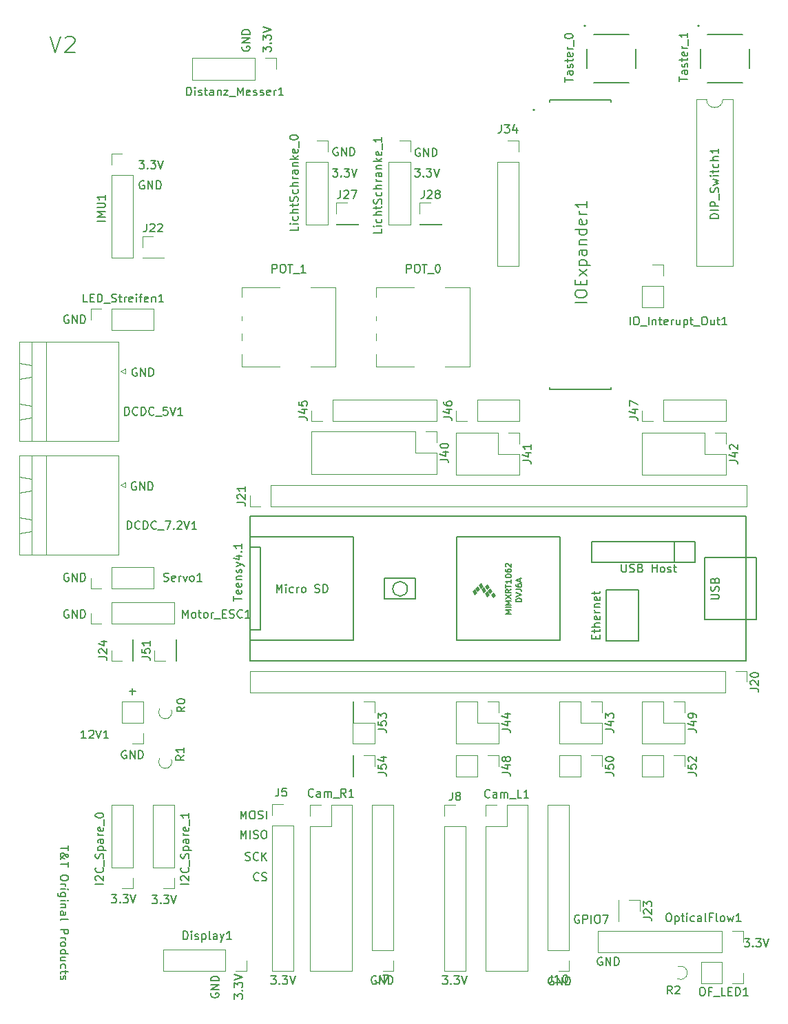
<source format=gbr>
%TF.GenerationSoftware,KiCad,Pcbnew,(5.1.10)-1*%
%TF.CreationDate,2024-11-06T19:54:47+01:00*%
%TF.ProjectId,NXPCupPlatine,4e585043-7570-4506-9c61-74696e652e6b,rev?*%
%TF.SameCoordinates,Original*%
%TF.FileFunction,Legend,Top*%
%TF.FilePolarity,Positive*%
%FSLAX46Y46*%
G04 Gerber Fmt 4.6, Leading zero omitted, Abs format (unit mm)*
G04 Created by KiCad (PCBNEW (5.1.10)-1) date 2024-11-06 19:54:47*
%MOMM*%
%LPD*%
G01*
G04 APERTURE LIST*
%ADD10C,0.150000*%
%ADD11C,0.120000*%
%ADD12C,0.127000*%
%ADD13C,0.200000*%
%ADD14C,0.100000*%
G04 APERTURE END LIST*
D10*
X1580952Y-1804761D02*
X2247619Y-3804761D01*
X2914285Y-1804761D01*
X3485714Y-1995238D02*
X3580952Y-1900000D01*
X3771428Y-1804761D01*
X4247619Y-1804761D01*
X4438095Y-1900000D01*
X4533333Y-1995238D01*
X4628571Y-2185714D01*
X4628571Y-2376190D01*
X4533333Y-2661904D01*
X3390476Y-3804761D01*
X4628571Y-3804761D01*
X3847619Y-101238095D02*
X3847619Y-101809523D01*
X2847619Y-101523809D02*
X3847619Y-101523809D01*
X2847619Y-102952380D02*
X2847619Y-102904761D01*
X2895238Y-102809523D01*
X3038095Y-102666666D01*
X3323809Y-102428571D01*
X3466666Y-102333333D01*
X3609523Y-102285714D01*
X3704761Y-102285714D01*
X3799999Y-102333333D01*
X3847619Y-102428571D01*
X3847619Y-102476190D01*
X3799999Y-102571428D01*
X3704761Y-102619047D01*
X3657142Y-102619047D01*
X3561904Y-102571428D01*
X3514285Y-102523809D01*
X3323809Y-102238095D01*
X3276190Y-102190476D01*
X3180952Y-102142857D01*
X3038095Y-102142857D01*
X2942857Y-102190476D01*
X2895238Y-102238095D01*
X2847619Y-102333333D01*
X2847619Y-102476190D01*
X2895238Y-102571428D01*
X2942857Y-102619047D01*
X3133333Y-102761904D01*
X3276190Y-102809523D01*
X3371428Y-102809523D01*
X3847619Y-103238095D02*
X3847619Y-103809523D01*
X2847619Y-103523809D02*
X3847619Y-103523809D01*
X3847619Y-105095238D02*
X3847619Y-105285714D01*
X3800000Y-105380952D01*
X3704761Y-105476190D01*
X3514285Y-105523809D01*
X3180952Y-105523809D01*
X2990476Y-105476190D01*
X2895238Y-105380952D01*
X2847619Y-105285714D01*
X2847619Y-105095238D01*
X2895238Y-105000000D01*
X2990476Y-104904761D01*
X3180952Y-104857142D01*
X3514285Y-104857142D01*
X3704761Y-104904761D01*
X3799999Y-105000000D01*
X3847619Y-105095238D01*
X2847619Y-105952380D02*
X3514285Y-105952380D01*
X3323809Y-105952380D02*
X3419047Y-106000000D01*
X3466666Y-106047619D01*
X3514285Y-106142857D01*
X3514285Y-106238095D01*
X2847619Y-106571428D02*
X3514285Y-106571428D01*
X3847619Y-106571428D02*
X3800000Y-106523809D01*
X3752380Y-106571428D01*
X3800000Y-106619047D01*
X3847619Y-106571428D01*
X3752380Y-106571428D01*
X3514285Y-107476190D02*
X2704761Y-107476190D01*
X2609523Y-107428571D01*
X2561904Y-107380952D01*
X2514285Y-107285714D01*
X2514285Y-107142857D01*
X2561904Y-107047619D01*
X2895238Y-107476190D02*
X2847619Y-107380952D01*
X2847619Y-107190476D01*
X2895238Y-107095238D01*
X2942857Y-107047619D01*
X3038095Y-107000000D01*
X3323809Y-107000000D01*
X3419047Y-107047619D01*
X3466666Y-107095238D01*
X3514285Y-107190476D01*
X3514285Y-107380952D01*
X3466666Y-107476190D01*
X2847619Y-107952380D02*
X3514285Y-107952380D01*
X3847619Y-107952380D02*
X3800000Y-107904761D01*
X3752380Y-107952380D01*
X3800000Y-108000000D01*
X3847619Y-107952380D01*
X3752380Y-107952380D01*
X3514285Y-108428571D02*
X2847619Y-108428571D01*
X3419047Y-108428571D02*
X3466666Y-108476190D01*
X3514285Y-108571428D01*
X3514285Y-108714285D01*
X3466666Y-108809523D01*
X3371428Y-108857142D01*
X2847619Y-108857142D01*
X2847619Y-109761904D02*
X3371428Y-109761904D01*
X3466666Y-109714285D01*
X3514285Y-109619047D01*
X3514285Y-109428571D01*
X3466666Y-109333333D01*
X2895238Y-109761904D02*
X2847619Y-109666666D01*
X2847619Y-109428571D01*
X2895238Y-109333333D01*
X2990476Y-109285714D01*
X3085714Y-109285714D01*
X3180952Y-109333333D01*
X3228571Y-109428571D01*
X3228571Y-109666666D01*
X3276190Y-109761904D01*
X2847619Y-110380952D02*
X2895238Y-110285714D01*
X2990476Y-110238095D01*
X3847619Y-110238095D01*
X2847619Y-111523809D02*
X3847619Y-111523809D01*
X3847619Y-111904761D01*
X3800000Y-112000000D01*
X3752380Y-112047619D01*
X3657142Y-112095238D01*
X3514285Y-112095238D01*
X3419047Y-112047619D01*
X3371428Y-112000000D01*
X3323809Y-111904761D01*
X3323809Y-111523809D01*
X2847619Y-112523809D02*
X3514285Y-112523809D01*
X3323809Y-112523809D02*
X3419047Y-112571428D01*
X3466666Y-112619047D01*
X3514285Y-112714285D01*
X3514285Y-112809523D01*
X2847619Y-113285714D02*
X2895238Y-113190476D01*
X2942857Y-113142857D01*
X3038095Y-113095238D01*
X3323809Y-113095238D01*
X3419047Y-113142857D01*
X3466666Y-113190476D01*
X3514285Y-113285714D01*
X3514285Y-113428571D01*
X3466666Y-113523809D01*
X3419047Y-113571428D01*
X3323809Y-113619047D01*
X3038095Y-113619047D01*
X2942857Y-113571428D01*
X2895238Y-113523809D01*
X2847619Y-113428571D01*
X2847619Y-113285714D01*
X2847619Y-114476190D02*
X3847619Y-114476190D01*
X2895238Y-114476190D02*
X2847619Y-114380952D01*
X2847619Y-114190476D01*
X2895238Y-114095238D01*
X2942857Y-114047619D01*
X3038095Y-114000000D01*
X3323809Y-114000000D01*
X3419047Y-114047619D01*
X3466666Y-114095238D01*
X3514285Y-114190476D01*
X3514285Y-114380952D01*
X3466666Y-114476190D01*
X3514285Y-115380952D02*
X2847619Y-115380952D01*
X3514285Y-114952380D02*
X2990476Y-114952380D01*
X2895238Y-115000000D01*
X2847619Y-115095238D01*
X2847619Y-115238095D01*
X2895238Y-115333333D01*
X2942857Y-115380952D01*
X2895238Y-116285714D02*
X2847619Y-116190476D01*
X2847619Y-116000000D01*
X2895238Y-115904761D01*
X2942857Y-115857142D01*
X3038095Y-115809523D01*
X3323809Y-115809523D01*
X3419047Y-115857142D01*
X3466666Y-115904761D01*
X3514285Y-116000000D01*
X3514285Y-116190476D01*
X3466666Y-116285714D01*
X3514285Y-116571428D02*
X3514285Y-116952380D01*
X3847619Y-116714285D02*
X2990476Y-116714285D01*
X2895238Y-116761904D01*
X2847619Y-116857142D01*
X2847619Y-116952380D01*
X2895238Y-117238095D02*
X2847619Y-117333333D01*
X2847619Y-117523809D01*
X2895238Y-117619047D01*
X2990476Y-117666666D01*
X3038095Y-117666666D01*
X3133333Y-117619047D01*
X3180952Y-117523809D01*
X3180952Y-117380952D01*
X3228571Y-117285714D01*
X3323809Y-117238095D01*
X3371428Y-117238095D01*
X3466666Y-117285714D01*
X3514285Y-117380952D01*
X3514285Y-117523809D01*
X3466666Y-117619047D01*
X12238095Y-42600000D02*
X12142857Y-42552380D01*
X12000000Y-42552380D01*
X11857142Y-42600000D01*
X11761904Y-42695238D01*
X11714285Y-42790476D01*
X11666666Y-42980952D01*
X11666666Y-43123809D01*
X11714285Y-43314285D01*
X11761904Y-43409523D01*
X11857142Y-43504761D01*
X12000000Y-43552380D01*
X12095238Y-43552380D01*
X12238095Y-43504761D01*
X12285714Y-43457142D01*
X12285714Y-43123809D01*
X12095238Y-43123809D01*
X12714285Y-43552380D02*
X12714285Y-42552380D01*
X13285714Y-43552380D01*
X13285714Y-42552380D01*
X13761904Y-43552380D02*
X13761904Y-42552380D01*
X14000000Y-42552380D01*
X14142857Y-42600000D01*
X14238095Y-42695238D01*
X14285714Y-42790476D01*
X14333333Y-42980952D01*
X14333333Y-43123809D01*
X14285714Y-43314285D01*
X14238095Y-43409523D01*
X14142857Y-43504761D01*
X14000000Y-43552380D01*
X13761904Y-43552380D01*
X12138095Y-56600000D02*
X12042857Y-56552380D01*
X11900000Y-56552380D01*
X11757142Y-56600000D01*
X11661904Y-56695238D01*
X11614285Y-56790476D01*
X11566666Y-56980952D01*
X11566666Y-57123809D01*
X11614285Y-57314285D01*
X11661904Y-57409523D01*
X11757142Y-57504761D01*
X11900000Y-57552380D01*
X11995238Y-57552380D01*
X12138095Y-57504761D01*
X12185714Y-57457142D01*
X12185714Y-57123809D01*
X11995238Y-57123809D01*
X12614285Y-57552380D02*
X12614285Y-56552380D01*
X13185714Y-57552380D01*
X13185714Y-56552380D01*
X13661904Y-57552380D02*
X13661904Y-56552380D01*
X13900000Y-56552380D01*
X14042857Y-56600000D01*
X14138095Y-56695238D01*
X14185714Y-56790476D01*
X14233333Y-56980952D01*
X14233333Y-57123809D01*
X14185714Y-57314285D01*
X14138095Y-57409523D01*
X14042857Y-57504761D01*
X13900000Y-57552380D01*
X13661904Y-57552380D01*
X46423809Y-18052380D02*
X47042857Y-18052380D01*
X46709523Y-18433333D01*
X46852380Y-18433333D01*
X46947619Y-18480952D01*
X46995238Y-18528571D01*
X47042857Y-18623809D01*
X47042857Y-18861904D01*
X46995238Y-18957142D01*
X46947619Y-19004761D01*
X46852380Y-19052380D01*
X46566666Y-19052380D01*
X46471428Y-19004761D01*
X46423809Y-18957142D01*
X47471428Y-18957142D02*
X47519047Y-19004761D01*
X47471428Y-19052380D01*
X47423809Y-19004761D01*
X47471428Y-18957142D01*
X47471428Y-19052380D01*
X47852380Y-18052380D02*
X48471428Y-18052380D01*
X48138095Y-18433333D01*
X48280952Y-18433333D01*
X48376190Y-18480952D01*
X48423809Y-18528571D01*
X48471428Y-18623809D01*
X48471428Y-18861904D01*
X48423809Y-18957142D01*
X48376190Y-19004761D01*
X48280952Y-19052380D01*
X47995238Y-19052380D01*
X47900000Y-19004761D01*
X47852380Y-18957142D01*
X48757142Y-18052380D02*
X49090476Y-19052380D01*
X49423809Y-18052380D01*
X36323809Y-18052380D02*
X36942857Y-18052380D01*
X36609523Y-18433333D01*
X36752380Y-18433333D01*
X36847619Y-18480952D01*
X36895238Y-18528571D01*
X36942857Y-18623809D01*
X36942857Y-18861904D01*
X36895238Y-18957142D01*
X36847619Y-19004761D01*
X36752380Y-19052380D01*
X36466666Y-19052380D01*
X36371428Y-19004761D01*
X36323809Y-18957142D01*
X37371428Y-18957142D02*
X37419047Y-19004761D01*
X37371428Y-19052380D01*
X37323809Y-19004761D01*
X37371428Y-18957142D01*
X37371428Y-19052380D01*
X37752380Y-18052380D02*
X38371428Y-18052380D01*
X38038095Y-18433333D01*
X38180952Y-18433333D01*
X38276190Y-18480952D01*
X38323809Y-18528571D01*
X38371428Y-18623809D01*
X38371428Y-18861904D01*
X38323809Y-18957142D01*
X38276190Y-19004761D01*
X38180952Y-19052380D01*
X37895238Y-19052380D01*
X37800000Y-19004761D01*
X37752380Y-18957142D01*
X38657142Y-18052380D02*
X38990476Y-19052380D01*
X39323809Y-18052380D01*
X27752380Y-3676190D02*
X27752380Y-3057142D01*
X28133333Y-3390476D01*
X28133333Y-3247619D01*
X28180952Y-3152380D01*
X28228571Y-3104761D01*
X28323809Y-3057142D01*
X28561904Y-3057142D01*
X28657142Y-3104761D01*
X28704761Y-3152380D01*
X28752380Y-3247619D01*
X28752380Y-3533333D01*
X28704761Y-3628571D01*
X28657142Y-3676190D01*
X28657142Y-2628571D02*
X28704761Y-2580952D01*
X28752380Y-2628571D01*
X28704761Y-2676190D01*
X28657142Y-2628571D01*
X28752380Y-2628571D01*
X27752380Y-2247619D02*
X27752380Y-1628571D01*
X28133333Y-1961904D01*
X28133333Y-1819047D01*
X28180952Y-1723809D01*
X28228571Y-1676190D01*
X28323809Y-1628571D01*
X28561904Y-1628571D01*
X28657142Y-1676190D01*
X28704761Y-1723809D01*
X28752380Y-1819047D01*
X28752380Y-2104761D01*
X28704761Y-2200000D01*
X28657142Y-2247619D01*
X27752380Y-1342857D02*
X28752380Y-1009523D01*
X27752380Y-676190D01*
X12523809Y-17052380D02*
X13142857Y-17052380D01*
X12809523Y-17433333D01*
X12952380Y-17433333D01*
X13047619Y-17480952D01*
X13095238Y-17528571D01*
X13142857Y-17623809D01*
X13142857Y-17861904D01*
X13095238Y-17957142D01*
X13047619Y-18004761D01*
X12952380Y-18052380D01*
X12666666Y-18052380D01*
X12571428Y-18004761D01*
X12523809Y-17957142D01*
X13571428Y-17957142D02*
X13619047Y-18004761D01*
X13571428Y-18052380D01*
X13523809Y-18004761D01*
X13571428Y-17957142D01*
X13571428Y-18052380D01*
X13952380Y-17052380D02*
X14571428Y-17052380D01*
X14238095Y-17433333D01*
X14380952Y-17433333D01*
X14476190Y-17480952D01*
X14523809Y-17528571D01*
X14571428Y-17623809D01*
X14571428Y-17861904D01*
X14523809Y-17957142D01*
X14476190Y-18004761D01*
X14380952Y-18052380D01*
X14095238Y-18052380D01*
X14000000Y-18004761D01*
X13952380Y-17957142D01*
X14857142Y-17052380D02*
X15190476Y-18052380D01*
X15523809Y-17052380D01*
X14123809Y-107352380D02*
X14742857Y-107352380D01*
X14409523Y-107733333D01*
X14552380Y-107733333D01*
X14647619Y-107780952D01*
X14695238Y-107828571D01*
X14742857Y-107923809D01*
X14742857Y-108161904D01*
X14695238Y-108257142D01*
X14647619Y-108304761D01*
X14552380Y-108352380D01*
X14266666Y-108352380D01*
X14171428Y-108304761D01*
X14123809Y-108257142D01*
X15171428Y-108257142D02*
X15219047Y-108304761D01*
X15171428Y-108352380D01*
X15123809Y-108304761D01*
X15171428Y-108257142D01*
X15171428Y-108352380D01*
X15552380Y-107352380D02*
X16171428Y-107352380D01*
X15838095Y-107733333D01*
X15980952Y-107733333D01*
X16076190Y-107780952D01*
X16123809Y-107828571D01*
X16171428Y-107923809D01*
X16171428Y-108161904D01*
X16123809Y-108257142D01*
X16076190Y-108304761D01*
X15980952Y-108352380D01*
X15695238Y-108352380D01*
X15600000Y-108304761D01*
X15552380Y-108257142D01*
X16457142Y-107352380D02*
X16790476Y-108352380D01*
X17123809Y-107352380D01*
X9123809Y-107252380D02*
X9742857Y-107252380D01*
X9409523Y-107633333D01*
X9552380Y-107633333D01*
X9647619Y-107680952D01*
X9695238Y-107728571D01*
X9742857Y-107823809D01*
X9742857Y-108061904D01*
X9695238Y-108157142D01*
X9647619Y-108204761D01*
X9552380Y-108252380D01*
X9266666Y-108252380D01*
X9171428Y-108204761D01*
X9123809Y-108157142D01*
X10171428Y-108157142D02*
X10219047Y-108204761D01*
X10171428Y-108252380D01*
X10123809Y-108204761D01*
X10171428Y-108157142D01*
X10171428Y-108252380D01*
X10552380Y-107252380D02*
X11171428Y-107252380D01*
X10838095Y-107633333D01*
X10980952Y-107633333D01*
X11076190Y-107680952D01*
X11123809Y-107728571D01*
X11171428Y-107823809D01*
X11171428Y-108061904D01*
X11123809Y-108157142D01*
X11076190Y-108204761D01*
X10980952Y-108252380D01*
X10695238Y-108252380D01*
X10600000Y-108204761D01*
X10552380Y-108157142D01*
X11457142Y-107252380D02*
X11790476Y-108252380D01*
X12123809Y-107252380D01*
X24252380Y-120076190D02*
X24252380Y-119457142D01*
X24633333Y-119790476D01*
X24633333Y-119647619D01*
X24680952Y-119552380D01*
X24728571Y-119504761D01*
X24823809Y-119457142D01*
X25061904Y-119457142D01*
X25157142Y-119504761D01*
X25204761Y-119552380D01*
X25252380Y-119647619D01*
X25252380Y-119933333D01*
X25204761Y-120028571D01*
X25157142Y-120076190D01*
X25157142Y-119028571D02*
X25204761Y-118980952D01*
X25252380Y-119028571D01*
X25204761Y-119076190D01*
X25157142Y-119028571D01*
X25252380Y-119028571D01*
X24252380Y-118647619D02*
X24252380Y-118028571D01*
X24633333Y-118361904D01*
X24633333Y-118219047D01*
X24680952Y-118123809D01*
X24728571Y-118076190D01*
X24823809Y-118028571D01*
X25061904Y-118028571D01*
X25157142Y-118076190D01*
X25204761Y-118123809D01*
X25252380Y-118219047D01*
X25252380Y-118504761D01*
X25204761Y-118600000D01*
X25157142Y-118647619D01*
X24252380Y-117742857D02*
X25252380Y-117409523D01*
X24252380Y-117076190D01*
X86923809Y-112652380D02*
X87542857Y-112652380D01*
X87209523Y-113033333D01*
X87352380Y-113033333D01*
X87447619Y-113080952D01*
X87495238Y-113128571D01*
X87542857Y-113223809D01*
X87542857Y-113461904D01*
X87495238Y-113557142D01*
X87447619Y-113604761D01*
X87352380Y-113652380D01*
X87066666Y-113652380D01*
X86971428Y-113604761D01*
X86923809Y-113557142D01*
X87971428Y-113557142D02*
X88019047Y-113604761D01*
X87971428Y-113652380D01*
X87923809Y-113604761D01*
X87971428Y-113557142D01*
X87971428Y-113652380D01*
X88352380Y-112652380D02*
X88971428Y-112652380D01*
X88638095Y-113033333D01*
X88780952Y-113033333D01*
X88876190Y-113080952D01*
X88923809Y-113128571D01*
X88971428Y-113223809D01*
X88971428Y-113461904D01*
X88923809Y-113557142D01*
X88876190Y-113604761D01*
X88780952Y-113652380D01*
X88495238Y-113652380D01*
X88400000Y-113604761D01*
X88352380Y-113557142D01*
X89257142Y-112652380D02*
X89590476Y-113652380D01*
X89923809Y-112652380D01*
X21400000Y-119361904D02*
X21352380Y-119457142D01*
X21352380Y-119600000D01*
X21400000Y-119742857D01*
X21495238Y-119838095D01*
X21590476Y-119885714D01*
X21780952Y-119933333D01*
X21923809Y-119933333D01*
X22114285Y-119885714D01*
X22209523Y-119838095D01*
X22304761Y-119742857D01*
X22352380Y-119600000D01*
X22352380Y-119504761D01*
X22304761Y-119361904D01*
X22257142Y-119314285D01*
X21923809Y-119314285D01*
X21923809Y-119504761D01*
X22352380Y-118885714D02*
X21352380Y-118885714D01*
X22352380Y-118314285D01*
X21352380Y-118314285D01*
X22352380Y-117838095D02*
X21352380Y-117838095D01*
X21352380Y-117600000D01*
X21400000Y-117457142D01*
X21495238Y-117361904D01*
X21590476Y-117314285D01*
X21780952Y-117266666D01*
X21923809Y-117266666D01*
X22114285Y-117314285D01*
X22209523Y-117361904D01*
X22304761Y-117457142D01*
X22352380Y-117600000D01*
X22352380Y-117838095D01*
X47038095Y-15600000D02*
X46942857Y-15552380D01*
X46800000Y-15552380D01*
X46657142Y-15600000D01*
X46561904Y-15695238D01*
X46514285Y-15790476D01*
X46466666Y-15980952D01*
X46466666Y-16123809D01*
X46514285Y-16314285D01*
X46561904Y-16409523D01*
X46657142Y-16504761D01*
X46800000Y-16552380D01*
X46895238Y-16552380D01*
X47038095Y-16504761D01*
X47085714Y-16457142D01*
X47085714Y-16123809D01*
X46895238Y-16123809D01*
X47514285Y-16552380D02*
X47514285Y-15552380D01*
X48085714Y-16552380D01*
X48085714Y-15552380D01*
X48561904Y-16552380D02*
X48561904Y-15552380D01*
X48800000Y-15552380D01*
X48942857Y-15600000D01*
X49038095Y-15695238D01*
X49085714Y-15790476D01*
X49133333Y-15980952D01*
X49133333Y-16123809D01*
X49085714Y-16314285D01*
X49038095Y-16409523D01*
X48942857Y-16504761D01*
X48800000Y-16552380D01*
X48561904Y-16552380D01*
X36938095Y-15500000D02*
X36842857Y-15452380D01*
X36700000Y-15452380D01*
X36557142Y-15500000D01*
X36461904Y-15595238D01*
X36414285Y-15690476D01*
X36366666Y-15880952D01*
X36366666Y-16023809D01*
X36414285Y-16214285D01*
X36461904Y-16309523D01*
X36557142Y-16404761D01*
X36700000Y-16452380D01*
X36795238Y-16452380D01*
X36938095Y-16404761D01*
X36985714Y-16357142D01*
X36985714Y-16023809D01*
X36795238Y-16023809D01*
X37414285Y-16452380D02*
X37414285Y-15452380D01*
X37985714Y-16452380D01*
X37985714Y-15452380D01*
X38461904Y-16452380D02*
X38461904Y-15452380D01*
X38700000Y-15452380D01*
X38842857Y-15500000D01*
X38938095Y-15595238D01*
X38985714Y-15690476D01*
X39033333Y-15880952D01*
X39033333Y-16023809D01*
X38985714Y-16214285D01*
X38938095Y-16309523D01*
X38842857Y-16404761D01*
X38700000Y-16452380D01*
X38461904Y-16452380D01*
X25200000Y-3061904D02*
X25152380Y-3157142D01*
X25152380Y-3300000D01*
X25200000Y-3442857D01*
X25295238Y-3538095D01*
X25390476Y-3585714D01*
X25580952Y-3633333D01*
X25723809Y-3633333D01*
X25914285Y-3585714D01*
X26009523Y-3538095D01*
X26104761Y-3442857D01*
X26152380Y-3300000D01*
X26152380Y-3204761D01*
X26104761Y-3061904D01*
X26057142Y-3014285D01*
X25723809Y-3014285D01*
X25723809Y-3204761D01*
X26152380Y-2585714D02*
X25152380Y-2585714D01*
X26152380Y-2014285D01*
X25152380Y-2014285D01*
X26152380Y-1538095D02*
X25152380Y-1538095D01*
X25152380Y-1300000D01*
X25200000Y-1157142D01*
X25295238Y-1061904D01*
X25390476Y-1014285D01*
X25580952Y-966666D01*
X25723809Y-966666D01*
X25914285Y-1014285D01*
X26009523Y-1061904D01*
X26104761Y-1157142D01*
X26152380Y-1300000D01*
X26152380Y-1538095D01*
X13138095Y-19600000D02*
X13042857Y-19552380D01*
X12900000Y-19552380D01*
X12757142Y-19600000D01*
X12661904Y-19695238D01*
X12614285Y-19790476D01*
X12566666Y-19980952D01*
X12566666Y-20123809D01*
X12614285Y-20314285D01*
X12661904Y-20409523D01*
X12757142Y-20504761D01*
X12900000Y-20552380D01*
X12995238Y-20552380D01*
X13138095Y-20504761D01*
X13185714Y-20457142D01*
X13185714Y-20123809D01*
X12995238Y-20123809D01*
X13614285Y-20552380D02*
X13614285Y-19552380D01*
X14185714Y-20552380D01*
X14185714Y-19552380D01*
X14661904Y-20552380D02*
X14661904Y-19552380D01*
X14900000Y-19552380D01*
X15042857Y-19600000D01*
X15138095Y-19695238D01*
X15185714Y-19790476D01*
X15233333Y-19980952D01*
X15233333Y-20123809D01*
X15185714Y-20314285D01*
X15138095Y-20409523D01*
X15042857Y-20504761D01*
X14900000Y-20552380D01*
X14661904Y-20552380D01*
X3838095Y-36100000D02*
X3742857Y-36052380D01*
X3600000Y-36052380D01*
X3457142Y-36100000D01*
X3361904Y-36195238D01*
X3314285Y-36290476D01*
X3266666Y-36480952D01*
X3266666Y-36623809D01*
X3314285Y-36814285D01*
X3361904Y-36909523D01*
X3457142Y-37004761D01*
X3600000Y-37052380D01*
X3695238Y-37052380D01*
X3838095Y-37004761D01*
X3885714Y-36957142D01*
X3885714Y-36623809D01*
X3695238Y-36623809D01*
X4314285Y-37052380D02*
X4314285Y-36052380D01*
X4885714Y-37052380D01*
X4885714Y-36052380D01*
X5361904Y-37052380D02*
X5361904Y-36052380D01*
X5600000Y-36052380D01*
X5742857Y-36100000D01*
X5838095Y-36195238D01*
X5885714Y-36290476D01*
X5933333Y-36480952D01*
X5933333Y-36623809D01*
X5885714Y-36814285D01*
X5838095Y-36909523D01*
X5742857Y-37004761D01*
X5600000Y-37052380D01*
X5361904Y-37052380D01*
X3838095Y-67800000D02*
X3742857Y-67752380D01*
X3600000Y-67752380D01*
X3457142Y-67800000D01*
X3361904Y-67895238D01*
X3314285Y-67990476D01*
X3266666Y-68180952D01*
X3266666Y-68323809D01*
X3314285Y-68514285D01*
X3361904Y-68609523D01*
X3457142Y-68704761D01*
X3600000Y-68752380D01*
X3695238Y-68752380D01*
X3838095Y-68704761D01*
X3885714Y-68657142D01*
X3885714Y-68323809D01*
X3695238Y-68323809D01*
X4314285Y-68752380D02*
X4314285Y-67752380D01*
X4885714Y-68752380D01*
X4885714Y-67752380D01*
X5361904Y-68752380D02*
X5361904Y-67752380D01*
X5600000Y-67752380D01*
X5742857Y-67800000D01*
X5838095Y-67895238D01*
X5885714Y-67990476D01*
X5933333Y-68180952D01*
X5933333Y-68323809D01*
X5885714Y-68514285D01*
X5838095Y-68609523D01*
X5742857Y-68704761D01*
X5600000Y-68752380D01*
X5361904Y-68752380D01*
X3838095Y-72300000D02*
X3742857Y-72252380D01*
X3600000Y-72252380D01*
X3457142Y-72300000D01*
X3361904Y-72395238D01*
X3314285Y-72490476D01*
X3266666Y-72680952D01*
X3266666Y-72823809D01*
X3314285Y-73014285D01*
X3361904Y-73109523D01*
X3457142Y-73204761D01*
X3600000Y-73252380D01*
X3695238Y-73252380D01*
X3838095Y-73204761D01*
X3885714Y-73157142D01*
X3885714Y-72823809D01*
X3695238Y-72823809D01*
X4314285Y-73252380D02*
X4314285Y-72252380D01*
X4885714Y-73252380D01*
X4885714Y-72252380D01*
X5361904Y-73252380D02*
X5361904Y-72252380D01*
X5600000Y-72252380D01*
X5742857Y-72300000D01*
X5838095Y-72395238D01*
X5885714Y-72490476D01*
X5933333Y-72680952D01*
X5933333Y-72823809D01*
X5885714Y-73014285D01*
X5838095Y-73109523D01*
X5742857Y-73204761D01*
X5600000Y-73252380D01*
X5361904Y-73252380D01*
X10938095Y-89600000D02*
X10842857Y-89552380D01*
X10700000Y-89552380D01*
X10557142Y-89600000D01*
X10461904Y-89695238D01*
X10414285Y-89790476D01*
X10366666Y-89980952D01*
X10366666Y-90123809D01*
X10414285Y-90314285D01*
X10461904Y-90409523D01*
X10557142Y-90504761D01*
X10700000Y-90552380D01*
X10795238Y-90552380D01*
X10938095Y-90504761D01*
X10985714Y-90457142D01*
X10985714Y-90123809D01*
X10795238Y-90123809D01*
X11414285Y-90552380D02*
X11414285Y-89552380D01*
X11985714Y-90552380D01*
X11985714Y-89552380D01*
X12461904Y-90552380D02*
X12461904Y-89552380D01*
X12700000Y-89552380D01*
X12842857Y-89600000D01*
X12938095Y-89695238D01*
X12985714Y-89790476D01*
X13033333Y-89980952D01*
X13033333Y-90123809D01*
X12985714Y-90314285D01*
X12938095Y-90409523D01*
X12842857Y-90504761D01*
X12700000Y-90552380D01*
X12461904Y-90552380D01*
X69438095Y-115000000D02*
X69342857Y-114952380D01*
X69200000Y-114952380D01*
X69057142Y-115000000D01*
X68961904Y-115095238D01*
X68914285Y-115190476D01*
X68866666Y-115380952D01*
X68866666Y-115523809D01*
X68914285Y-115714285D01*
X68961904Y-115809523D01*
X69057142Y-115904761D01*
X69200000Y-115952380D01*
X69295238Y-115952380D01*
X69438095Y-115904761D01*
X69485714Y-115857142D01*
X69485714Y-115523809D01*
X69295238Y-115523809D01*
X69914285Y-115952380D02*
X69914285Y-114952380D01*
X70485714Y-115952380D01*
X70485714Y-114952380D01*
X70961904Y-115952380D02*
X70961904Y-114952380D01*
X71200000Y-114952380D01*
X71342857Y-115000000D01*
X71438095Y-115095238D01*
X71485714Y-115190476D01*
X71533333Y-115380952D01*
X71533333Y-115523809D01*
X71485714Y-115714285D01*
X71438095Y-115809523D01*
X71342857Y-115904761D01*
X71200000Y-115952380D01*
X70961904Y-115952380D01*
X66623809Y-109800000D02*
X66528571Y-109752380D01*
X66385714Y-109752380D01*
X66242857Y-109800000D01*
X66147619Y-109895238D01*
X66100000Y-109990476D01*
X66052380Y-110180952D01*
X66052380Y-110323809D01*
X66100000Y-110514285D01*
X66147619Y-110609523D01*
X66242857Y-110704761D01*
X66385714Y-110752380D01*
X66480952Y-110752380D01*
X66623809Y-110704761D01*
X66671428Y-110657142D01*
X66671428Y-110323809D01*
X66480952Y-110323809D01*
X67100000Y-110752380D02*
X67100000Y-109752380D01*
X67480952Y-109752380D01*
X67576190Y-109800000D01*
X67623809Y-109847619D01*
X67671428Y-109942857D01*
X67671428Y-110085714D01*
X67623809Y-110180952D01*
X67576190Y-110228571D01*
X67480952Y-110276190D01*
X67100000Y-110276190D01*
X68100000Y-110752380D02*
X68100000Y-109752380D01*
X68766666Y-109752380D02*
X68957142Y-109752380D01*
X69052380Y-109800000D01*
X69147619Y-109895238D01*
X69195238Y-110085714D01*
X69195238Y-110419047D01*
X69147619Y-110609523D01*
X69052380Y-110704761D01*
X68957142Y-110752380D01*
X68766666Y-110752380D01*
X68671428Y-110704761D01*
X68576190Y-110609523D01*
X68528571Y-110419047D01*
X68528571Y-110085714D01*
X68576190Y-109895238D01*
X68671428Y-109800000D01*
X68766666Y-109752380D01*
X69528571Y-109752380D02*
X70195238Y-109752380D01*
X69766666Y-110752380D01*
X27233333Y-105457142D02*
X27185714Y-105504761D01*
X27042857Y-105552380D01*
X26947619Y-105552380D01*
X26804761Y-105504761D01*
X26709523Y-105409523D01*
X26661904Y-105314285D01*
X26614285Y-105123809D01*
X26614285Y-104980952D01*
X26661904Y-104790476D01*
X26709523Y-104695238D01*
X26804761Y-104600000D01*
X26947619Y-104552380D01*
X27042857Y-104552380D01*
X27185714Y-104600000D01*
X27233333Y-104647619D01*
X27614285Y-105504761D02*
X27757142Y-105552380D01*
X27995238Y-105552380D01*
X28090476Y-105504761D01*
X28138095Y-105457142D01*
X28185714Y-105361904D01*
X28185714Y-105266666D01*
X28138095Y-105171428D01*
X28090476Y-105123809D01*
X27995238Y-105076190D01*
X27804761Y-105028571D01*
X27709523Y-104980952D01*
X27661904Y-104933333D01*
X27614285Y-104838095D01*
X27614285Y-104742857D01*
X27661904Y-104647619D01*
X27709523Y-104600000D01*
X27804761Y-104552380D01*
X28042857Y-104552380D01*
X28185714Y-104600000D01*
X25614285Y-103004761D02*
X25757142Y-103052380D01*
X25995238Y-103052380D01*
X26090476Y-103004761D01*
X26138095Y-102957142D01*
X26185714Y-102861904D01*
X26185714Y-102766666D01*
X26138095Y-102671428D01*
X26090476Y-102623809D01*
X25995238Y-102576190D01*
X25804761Y-102528571D01*
X25709523Y-102480952D01*
X25661904Y-102433333D01*
X25614285Y-102338095D01*
X25614285Y-102242857D01*
X25661904Y-102147619D01*
X25709523Y-102100000D01*
X25804761Y-102052380D01*
X26042857Y-102052380D01*
X26185714Y-102100000D01*
X27185714Y-102957142D02*
X27138095Y-103004761D01*
X26995238Y-103052380D01*
X26900000Y-103052380D01*
X26757142Y-103004761D01*
X26661904Y-102909523D01*
X26614285Y-102814285D01*
X26566666Y-102623809D01*
X26566666Y-102480952D01*
X26614285Y-102290476D01*
X26661904Y-102195238D01*
X26757142Y-102100000D01*
X26900000Y-102052380D01*
X26995238Y-102052380D01*
X27138095Y-102100000D01*
X27185714Y-102147619D01*
X27614285Y-103052380D02*
X27614285Y-102052380D01*
X28185714Y-103052380D02*
X27757142Y-102480952D01*
X28185714Y-102052380D02*
X27614285Y-102623809D01*
X25028571Y-100352380D02*
X25028571Y-99352380D01*
X25361904Y-100066666D01*
X25695238Y-99352380D01*
X25695238Y-100352380D01*
X26171428Y-100352380D02*
X26171428Y-99352380D01*
X26600000Y-100304761D02*
X26742857Y-100352380D01*
X26980952Y-100352380D01*
X27076190Y-100304761D01*
X27123809Y-100257142D01*
X27171428Y-100161904D01*
X27171428Y-100066666D01*
X27123809Y-99971428D01*
X27076190Y-99923809D01*
X26980952Y-99876190D01*
X26790476Y-99828571D01*
X26695238Y-99780952D01*
X26647619Y-99733333D01*
X26600000Y-99638095D01*
X26600000Y-99542857D01*
X26647619Y-99447619D01*
X26695238Y-99400000D01*
X26790476Y-99352380D01*
X27028571Y-99352380D01*
X27171428Y-99400000D01*
X27790476Y-99352380D02*
X27980952Y-99352380D01*
X28076190Y-99400000D01*
X28171428Y-99495238D01*
X28219047Y-99685714D01*
X28219047Y-100019047D01*
X28171428Y-100209523D01*
X28076190Y-100304761D01*
X27980952Y-100352380D01*
X27790476Y-100352380D01*
X27695238Y-100304761D01*
X27600000Y-100209523D01*
X27552380Y-100019047D01*
X27552380Y-99685714D01*
X27600000Y-99495238D01*
X27695238Y-99400000D01*
X27790476Y-99352380D01*
X25028571Y-97952380D02*
X25028571Y-96952380D01*
X25361904Y-97666666D01*
X25695238Y-96952380D01*
X25695238Y-97952380D01*
X26361904Y-96952380D02*
X26552380Y-96952380D01*
X26647619Y-97000000D01*
X26742857Y-97095238D01*
X26790476Y-97285714D01*
X26790476Y-97619047D01*
X26742857Y-97809523D01*
X26647619Y-97904761D01*
X26552380Y-97952380D01*
X26361904Y-97952380D01*
X26266666Y-97904761D01*
X26171428Y-97809523D01*
X26123809Y-97619047D01*
X26123809Y-97285714D01*
X26171428Y-97095238D01*
X26266666Y-97000000D01*
X26361904Y-96952380D01*
X27171428Y-97904761D02*
X27314285Y-97952380D01*
X27552380Y-97952380D01*
X27647619Y-97904761D01*
X27695238Y-97857142D01*
X27742857Y-97761904D01*
X27742857Y-97666666D01*
X27695238Y-97571428D01*
X27647619Y-97523809D01*
X27552380Y-97476190D01*
X27361904Y-97428571D01*
X27266666Y-97380952D01*
X27219047Y-97333333D01*
X27171428Y-97238095D01*
X27171428Y-97142857D01*
X27219047Y-97047619D01*
X27266666Y-97000000D01*
X27361904Y-96952380D01*
X27600000Y-96952380D01*
X27742857Y-97000000D01*
X28171428Y-97952380D02*
X28171428Y-96952380D01*
X63438095Y-117400000D02*
X63342857Y-117352380D01*
X63200000Y-117352380D01*
X63057142Y-117400000D01*
X62961904Y-117495238D01*
X62914285Y-117590476D01*
X62866666Y-117780952D01*
X62866666Y-117923809D01*
X62914285Y-118114285D01*
X62961904Y-118209523D01*
X63057142Y-118304761D01*
X63200000Y-118352380D01*
X63295238Y-118352380D01*
X63438095Y-118304761D01*
X63485714Y-118257142D01*
X63485714Y-117923809D01*
X63295238Y-117923809D01*
X63914285Y-118352380D02*
X63914285Y-117352380D01*
X64485714Y-118352380D01*
X64485714Y-117352380D01*
X64961904Y-118352380D02*
X64961904Y-117352380D01*
X65200000Y-117352380D01*
X65342857Y-117400000D01*
X65438095Y-117495238D01*
X65485714Y-117590476D01*
X65533333Y-117780952D01*
X65533333Y-117923809D01*
X65485714Y-118114285D01*
X65438095Y-118209523D01*
X65342857Y-118304761D01*
X65200000Y-118352380D01*
X64961904Y-118352380D01*
X49823809Y-117252380D02*
X50442857Y-117252380D01*
X50109523Y-117633333D01*
X50252380Y-117633333D01*
X50347619Y-117680952D01*
X50395238Y-117728571D01*
X50442857Y-117823809D01*
X50442857Y-118061904D01*
X50395238Y-118157142D01*
X50347619Y-118204761D01*
X50252380Y-118252380D01*
X49966666Y-118252380D01*
X49871428Y-118204761D01*
X49823809Y-118157142D01*
X50871428Y-118157142D02*
X50919047Y-118204761D01*
X50871428Y-118252380D01*
X50823809Y-118204761D01*
X50871428Y-118157142D01*
X50871428Y-118252380D01*
X51252380Y-117252380D02*
X51871428Y-117252380D01*
X51538095Y-117633333D01*
X51680952Y-117633333D01*
X51776190Y-117680952D01*
X51823809Y-117728571D01*
X51871428Y-117823809D01*
X51871428Y-118061904D01*
X51823809Y-118157142D01*
X51776190Y-118204761D01*
X51680952Y-118252380D01*
X51395238Y-118252380D01*
X51300000Y-118204761D01*
X51252380Y-118157142D01*
X52157142Y-117252380D02*
X52490476Y-118252380D01*
X52823809Y-117252380D01*
X41638095Y-117300000D02*
X41542857Y-117252380D01*
X41400000Y-117252380D01*
X41257142Y-117300000D01*
X41161904Y-117395238D01*
X41114285Y-117490476D01*
X41066666Y-117680952D01*
X41066666Y-117823809D01*
X41114285Y-118014285D01*
X41161904Y-118109523D01*
X41257142Y-118204761D01*
X41400000Y-118252380D01*
X41495238Y-118252380D01*
X41638095Y-118204761D01*
X41685714Y-118157142D01*
X41685714Y-117823809D01*
X41495238Y-117823809D01*
X42114285Y-118252380D02*
X42114285Y-117252380D01*
X42685714Y-118252380D01*
X42685714Y-117252380D01*
X43161904Y-118252380D02*
X43161904Y-117252380D01*
X43400000Y-117252380D01*
X43542857Y-117300000D01*
X43638095Y-117395238D01*
X43685714Y-117490476D01*
X43733333Y-117680952D01*
X43733333Y-117823809D01*
X43685714Y-118014285D01*
X43638095Y-118109523D01*
X43542857Y-118204761D01*
X43400000Y-118252380D01*
X43161904Y-118252380D01*
X28723809Y-117252380D02*
X29342857Y-117252380D01*
X29009523Y-117633333D01*
X29152380Y-117633333D01*
X29247619Y-117680952D01*
X29295238Y-117728571D01*
X29342857Y-117823809D01*
X29342857Y-118061904D01*
X29295238Y-118157142D01*
X29247619Y-118204761D01*
X29152380Y-118252380D01*
X28866666Y-118252380D01*
X28771428Y-118204761D01*
X28723809Y-118157142D01*
X29771428Y-118157142D02*
X29819047Y-118204761D01*
X29771428Y-118252380D01*
X29723809Y-118204761D01*
X29771428Y-118157142D01*
X29771428Y-118252380D01*
X30152380Y-117252380D02*
X30771428Y-117252380D01*
X30438095Y-117633333D01*
X30580952Y-117633333D01*
X30676190Y-117680952D01*
X30723809Y-117728571D01*
X30771428Y-117823809D01*
X30771428Y-118061904D01*
X30723809Y-118157142D01*
X30676190Y-118204761D01*
X30580952Y-118252380D01*
X30295238Y-118252380D01*
X30200000Y-118204761D01*
X30152380Y-118157142D01*
X31057142Y-117252380D02*
X31390476Y-118252380D01*
X31723809Y-117252380D01*
X11319047Y-82271428D02*
X12080952Y-82271428D01*
X11700000Y-82652380D02*
X11700000Y-81890476D01*
D11*
%TO.C,J5*%
X28870000Y-116610000D02*
X31530000Y-116610000D01*
X28870000Y-98770000D02*
X28870000Y-116610000D01*
X31530000Y-98770000D02*
X31530000Y-116610000D01*
X28870000Y-98770000D02*
X31530000Y-98770000D01*
X28870000Y-97500000D02*
X28870000Y-96170000D01*
X28870000Y-96170000D02*
X30200000Y-96170000D01*
%TO.C,R1*%
X16497359Y-90611905D02*
G75*
G02*
X15048000Y-90514867I-749359J-320095D01*
G01*
%TO.C,R0*%
X16497359Y-84515905D02*
G75*
G02*
X15048000Y-84418867I-749359J-320095D01*
G01*
%TO.C,J40*%
X33722000Y-50359000D02*
X33722000Y-55559000D01*
X46482000Y-50359000D02*
X33722000Y-50359000D01*
X49082000Y-55559000D02*
X33722000Y-55559000D01*
X46482000Y-50359000D02*
X46482000Y-52959000D01*
X46482000Y-52959000D02*
X49082000Y-52959000D01*
X49082000Y-52959000D02*
X49082000Y-55559000D01*
X47752000Y-50359000D02*
X49082000Y-50359000D01*
X49082000Y-50359000D02*
X49082000Y-51689000D01*
%TO.C,J50*%
X64202000Y-90110000D02*
X64202000Y-92770000D01*
X66802000Y-90110000D02*
X64202000Y-90110000D01*
X66802000Y-92770000D02*
X64202000Y-92770000D01*
X66802000Y-90110000D02*
X66802000Y-92770000D01*
X68072000Y-90110000D02*
X69402000Y-90110000D01*
X69402000Y-90110000D02*
X69402000Y-91440000D01*
%TO.C,J48*%
X51502000Y-90110000D02*
X51502000Y-92770000D01*
X54102000Y-90110000D02*
X51502000Y-90110000D01*
X54102000Y-92770000D02*
X51502000Y-92770000D01*
X54102000Y-90110000D02*
X54102000Y-92770000D01*
X55372000Y-90110000D02*
X56702000Y-90110000D01*
X56702000Y-90110000D02*
X56702000Y-91440000D01*
%TO.C,J47*%
X84642000Y-49082000D02*
X84642000Y-46422000D01*
X76962000Y-49082000D02*
X84642000Y-49082000D01*
X76962000Y-46422000D02*
X84642000Y-46422000D01*
X76962000Y-49082000D02*
X76962000Y-46422000D01*
X75692000Y-49082000D02*
X74362000Y-49082000D01*
X74362000Y-49082000D02*
X74362000Y-47752000D01*
%TO.C,J46*%
X59242000Y-49082000D02*
X59242000Y-46422000D01*
X54102000Y-49082000D02*
X59242000Y-49082000D01*
X54102000Y-46422000D02*
X59242000Y-46422000D01*
X54102000Y-49082000D02*
X54102000Y-46422000D01*
X52832000Y-49082000D02*
X51502000Y-49082000D01*
X51502000Y-49082000D02*
X51502000Y-47752000D01*
%TO.C,J45*%
X49082000Y-49082000D02*
X49082000Y-46422000D01*
X36322000Y-49082000D02*
X49082000Y-49082000D01*
X36322000Y-46422000D02*
X49082000Y-46422000D01*
X36322000Y-49082000D02*
X36322000Y-46422000D01*
X35052000Y-49082000D02*
X33722000Y-49082000D01*
X33722000Y-49082000D02*
X33722000Y-47752000D01*
%TO.C,J44*%
X51502000Y-83506000D02*
X51502000Y-88706000D01*
X54102000Y-83506000D02*
X51502000Y-83506000D01*
X56702000Y-88706000D02*
X51502000Y-88706000D01*
X54102000Y-83506000D02*
X54102000Y-86106000D01*
X54102000Y-86106000D02*
X56702000Y-86106000D01*
X56702000Y-86106000D02*
X56702000Y-88706000D01*
X55372000Y-83506000D02*
X56702000Y-83506000D01*
X56702000Y-83506000D02*
X56702000Y-84836000D01*
%TO.C,J43*%
X64202000Y-83506000D02*
X64202000Y-88706000D01*
X66802000Y-83506000D02*
X64202000Y-83506000D01*
X69402000Y-88706000D02*
X64202000Y-88706000D01*
X66802000Y-83506000D02*
X66802000Y-86106000D01*
X66802000Y-86106000D02*
X69402000Y-86106000D01*
X69402000Y-86106000D02*
X69402000Y-88706000D01*
X68072000Y-83506000D02*
X69402000Y-83506000D01*
X69402000Y-83506000D02*
X69402000Y-84836000D01*
%TO.C,J42*%
X74362000Y-50486000D02*
X74362000Y-55686000D01*
X82042000Y-50486000D02*
X74362000Y-50486000D01*
X84642000Y-55686000D02*
X74362000Y-55686000D01*
X82042000Y-50486000D02*
X82042000Y-53086000D01*
X82042000Y-53086000D02*
X84642000Y-53086000D01*
X84642000Y-53086000D02*
X84642000Y-55686000D01*
X83312000Y-50486000D02*
X84642000Y-50486000D01*
X84642000Y-50486000D02*
X84642000Y-51816000D01*
%TO.C,J41*%
X51502000Y-50486000D02*
X51502000Y-55686000D01*
X56642000Y-50486000D02*
X51502000Y-50486000D01*
X59242000Y-55686000D02*
X51502000Y-55686000D01*
X56642000Y-50486000D02*
X56642000Y-53086000D01*
X56642000Y-53086000D02*
X59242000Y-53086000D01*
X59242000Y-53086000D02*
X59242000Y-55686000D01*
X57912000Y-50486000D02*
X59242000Y-50486000D01*
X59242000Y-50486000D02*
X59242000Y-51816000D01*
%TO.C,J54*%
X38802000Y-90110000D02*
X38802000Y-92770000D01*
X38862000Y-90110000D02*
X38802000Y-90110000D01*
X38862000Y-92770000D02*
X38802000Y-92770000D01*
X38862000Y-90110000D02*
X38862000Y-92770000D01*
X40132000Y-90110000D02*
X41462000Y-90110000D01*
X41462000Y-90110000D02*
X41462000Y-91440000D01*
%TO.C,J53*%
X38802000Y-83506000D02*
X38802000Y-88706000D01*
X38862000Y-83506000D02*
X38802000Y-83506000D01*
X41462000Y-88706000D02*
X38802000Y-88706000D01*
X38862000Y-83506000D02*
X38862000Y-86106000D01*
X38862000Y-86106000D02*
X41462000Y-86106000D01*
X41462000Y-86106000D02*
X41462000Y-88706000D01*
X40132000Y-83506000D02*
X41462000Y-83506000D01*
X41462000Y-83506000D02*
X41462000Y-84836000D01*
%TO.C,J52*%
X74362000Y-90110000D02*
X74362000Y-92770000D01*
X76962000Y-90110000D02*
X74362000Y-90110000D01*
X76962000Y-92770000D02*
X74362000Y-92770000D01*
X76962000Y-90110000D02*
X76962000Y-92770000D01*
X78232000Y-90110000D02*
X79562000Y-90110000D01*
X79562000Y-90110000D02*
X79562000Y-91440000D01*
%TO.C,J49*%
X74362000Y-83506000D02*
X74362000Y-88706000D01*
X76962000Y-83506000D02*
X74362000Y-83506000D01*
X79562000Y-88706000D02*
X74362000Y-88706000D01*
X76962000Y-83506000D02*
X76962000Y-86106000D01*
X76962000Y-86106000D02*
X79562000Y-86106000D01*
X79562000Y-86106000D02*
X79562000Y-88706000D01*
X78232000Y-83506000D02*
X79562000Y-83506000D01*
X79562000Y-83506000D02*
X79562000Y-84836000D01*
%TO.C,Motor_ESC1*%
X16860000Y-73974000D02*
X16860000Y-71314000D01*
X9180000Y-73974000D02*
X16860000Y-73974000D01*
X9180000Y-71314000D02*
X16860000Y-71314000D01*
X9180000Y-73974000D02*
X9180000Y-71314000D01*
X7910000Y-73974000D02*
X6580000Y-73974000D01*
X6580000Y-73974000D02*
X6580000Y-72644000D01*
%TO.C,J51*%
X17078000Y-78546000D02*
X17078000Y-75886000D01*
X17018000Y-78546000D02*
X17078000Y-78546000D01*
X17018000Y-75886000D02*
X17078000Y-75886000D01*
X17018000Y-78546000D02*
X17018000Y-75886000D01*
X15748000Y-78546000D02*
X14418000Y-78546000D01*
X14418000Y-78546000D02*
X14418000Y-77216000D01*
%TO.C,I2C_Spare_0*%
X11780000Y-96210000D02*
X9120000Y-96210000D01*
X11780000Y-103890000D02*
X11780000Y-96210000D01*
X9120000Y-103890000D02*
X9120000Y-96210000D01*
X11780000Y-103890000D02*
X9120000Y-103890000D01*
X11780000Y-105160000D02*
X11780000Y-106490000D01*
X11780000Y-106490000D02*
X10450000Y-106490000D01*
%TO.C,I2C_Spare_1*%
X16860000Y-96210000D02*
X14200000Y-96210000D01*
X16860000Y-103890000D02*
X16860000Y-96210000D01*
X14200000Y-103890000D02*
X14200000Y-96210000D01*
X16860000Y-103890000D02*
X14200000Y-103890000D01*
X16860000Y-105160000D02*
X16860000Y-106490000D01*
X16860000Y-106490000D02*
X15530000Y-106490000D01*
%TO.C,12V1*%
X13050000Y-83510000D02*
X10390000Y-83510000D01*
X13050000Y-86110000D02*
X13050000Y-83510000D01*
X10390000Y-86110000D02*
X10390000Y-83510000D01*
X13050000Y-86110000D02*
X10390000Y-86110000D01*
X13050000Y-87380000D02*
X13050000Y-88710000D01*
X13050000Y-88710000D02*
X11720000Y-88710000D01*
%TO.C,LED_Streifen1*%
X9180000Y-37910000D02*
X9180000Y-35250000D01*
X9180000Y-37910000D02*
X14320000Y-37910000D01*
X14320000Y-37910000D02*
X14320000Y-35250000D01*
X9180000Y-35250000D02*
X14320000Y-35250000D01*
X6580000Y-35250000D02*
X7910000Y-35250000D01*
X6580000Y-36580000D02*
X6580000Y-35250000D01*
%TO.C,J10*%
X65390000Y-96210000D02*
X62730000Y-96210000D01*
X65390000Y-114050000D02*
X65390000Y-96210000D01*
X62730000Y-114050000D02*
X62730000Y-96210000D01*
X65390000Y-114050000D02*
X62730000Y-114050000D01*
X65390000Y-115320000D02*
X65390000Y-116650000D01*
X65390000Y-116650000D02*
X64060000Y-116650000D01*
%TO.C,Cam_L1*%
X55110000Y-116650000D02*
X60310000Y-116650000D01*
X55110000Y-98810000D02*
X55110000Y-116650000D01*
X60310000Y-96210000D02*
X60310000Y-116650000D01*
X55110000Y-98810000D02*
X57710000Y-98810000D01*
X57710000Y-98810000D02*
X57710000Y-96210000D01*
X57710000Y-96210000D02*
X60310000Y-96210000D01*
X55110000Y-97540000D02*
X55110000Y-96210000D01*
X55110000Y-96210000D02*
X56440000Y-96210000D01*
%TO.C,J8*%
X50030000Y-116650000D02*
X52690000Y-116650000D01*
X50030000Y-98810000D02*
X50030000Y-116650000D01*
X52690000Y-98810000D02*
X52690000Y-116650000D01*
X50030000Y-98810000D02*
X52690000Y-98810000D01*
X50030000Y-97540000D02*
X50030000Y-96210000D01*
X50030000Y-96210000D02*
X51360000Y-96210000D01*
%TO.C,J7*%
X43800000Y-96210000D02*
X41140000Y-96210000D01*
X43800000Y-114050000D02*
X43800000Y-96210000D01*
X41140000Y-114050000D02*
X41140000Y-96210000D01*
X43800000Y-114050000D02*
X41140000Y-114050000D01*
X43800000Y-115320000D02*
X43800000Y-116650000D01*
X43800000Y-116650000D02*
X42470000Y-116650000D01*
%TO.C,Cam_R1*%
X33520000Y-116650000D02*
X38720000Y-116650000D01*
X33520000Y-98810000D02*
X33520000Y-116650000D01*
X38720000Y-96210000D02*
X38720000Y-116650000D01*
X33520000Y-98810000D02*
X36120000Y-98810000D01*
X36120000Y-98810000D02*
X36120000Y-96210000D01*
X36120000Y-96210000D02*
X38720000Y-96210000D01*
X33520000Y-97540000D02*
X33520000Y-96210000D01*
X33520000Y-96210000D02*
X34850000Y-96210000D01*
%TO.C,R2*%
X78789905Y-116110641D02*
G75*
G02*
X78692867Y-117560000I320095J-749359D01*
G01*
%TO.C,OF_LED1*%
X84190000Y-115530000D02*
X84190000Y-118190000D01*
X84190000Y-115530000D02*
X81590000Y-115530000D01*
X81590000Y-115530000D02*
X81590000Y-118190000D01*
X84190000Y-118190000D02*
X81590000Y-118190000D01*
X86790000Y-118190000D02*
X85460000Y-118190000D01*
X86790000Y-116860000D02*
X86790000Y-118190000D01*
%TO.C,Display1*%
X23150000Y-113990000D02*
X23150000Y-116650000D01*
X23150000Y-113990000D02*
X15470000Y-113990000D01*
X15470000Y-113990000D02*
X15470000Y-116650000D01*
X23150000Y-116650000D02*
X15470000Y-116650000D01*
X25750000Y-116650000D02*
X24420000Y-116650000D01*
X25750000Y-115320000D02*
X25750000Y-116650000D01*
%TO.C,J28*%
X47030000Y-24910000D02*
X49690000Y-24910000D01*
X47030000Y-24850000D02*
X47030000Y-24910000D01*
X49690000Y-24850000D02*
X49690000Y-24910000D01*
X47030000Y-24850000D02*
X49690000Y-24850000D01*
X47030000Y-23580000D02*
X47030000Y-22250000D01*
X47030000Y-22250000D02*
X48360000Y-22250000D01*
%TO.C,J27*%
X36770000Y-24910000D02*
X39430000Y-24910000D01*
X36770000Y-24850000D02*
X36770000Y-24910000D01*
X39430000Y-24850000D02*
X39430000Y-24910000D01*
X36770000Y-24850000D02*
X39430000Y-24850000D01*
X36770000Y-23580000D02*
X36770000Y-22250000D01*
X36770000Y-22250000D02*
X38100000Y-22250000D01*
%TO.C,LichtSchranke_1*%
X43220000Y-17230000D02*
X45880000Y-17230000D01*
X43220000Y-17230000D02*
X43220000Y-24910000D01*
X43220000Y-24910000D02*
X45880000Y-24910000D01*
X45880000Y-17230000D02*
X45880000Y-24910000D01*
X45880000Y-14630000D02*
X45880000Y-15960000D01*
X44550000Y-14630000D02*
X45880000Y-14630000D01*
%TO.C,LichtSchranke_0*%
X33060000Y-17230000D02*
X35720000Y-17230000D01*
X33060000Y-17230000D02*
X33060000Y-24910000D01*
X33060000Y-24910000D02*
X35720000Y-24910000D01*
X35720000Y-17230000D02*
X35720000Y-24910000D01*
X35720000Y-14630000D02*
X35720000Y-15960000D01*
X34390000Y-14630000D02*
X35720000Y-14630000D01*
%TO.C,J24*%
X11780000Y-78550000D02*
X11780000Y-75890000D01*
X11720000Y-78550000D02*
X11780000Y-78550000D01*
X11720000Y-75890000D02*
X11780000Y-75890000D01*
X11720000Y-78550000D02*
X11720000Y-75890000D01*
X10450000Y-78550000D02*
X9120000Y-78550000D01*
X9120000Y-78550000D02*
X9120000Y-77220000D01*
%TO.C,J23*%
X71430000Y-107890000D02*
X71430000Y-110550000D01*
X71490000Y-107890000D02*
X71430000Y-107890000D01*
X71490000Y-110550000D02*
X71430000Y-110550000D01*
X71490000Y-107890000D02*
X71490000Y-110550000D01*
X72760000Y-107890000D02*
X74090000Y-107890000D01*
X74090000Y-107890000D02*
X74090000Y-109220000D01*
%TO.C,J22*%
X12930000Y-29020000D02*
X15590000Y-29020000D01*
X12930000Y-28960000D02*
X12930000Y-29020000D01*
X15590000Y-28960000D02*
X15590000Y-29020000D01*
X12930000Y-28960000D02*
X15590000Y-28960000D01*
X12930000Y-27690000D02*
X12930000Y-26360000D01*
X12930000Y-26360000D02*
X14260000Y-26360000D01*
%TO.C,IMU1*%
X9120000Y-29020000D02*
X11780000Y-29020000D01*
X9120000Y-18800000D02*
X9120000Y-29020000D01*
X11780000Y-18800000D02*
X11780000Y-29020000D01*
X9120000Y-18800000D02*
X11780000Y-18800000D01*
X9120000Y-17530000D02*
X9120000Y-16200000D01*
X9120000Y-16200000D02*
X10450000Y-16200000D01*
%TO.C,Distanz_Messer1*%
X19090000Y-4470000D02*
X19090000Y-7130000D01*
X26770000Y-4470000D02*
X19090000Y-4470000D01*
X26770000Y-7130000D02*
X19090000Y-7130000D01*
X26770000Y-4470000D02*
X26770000Y-7130000D01*
X28040000Y-4470000D02*
X29370000Y-4470000D01*
X29370000Y-4470000D02*
X29370000Y-5800000D01*
%TO.C,OpticalFlow1*%
X68890000Y-111720000D02*
X68890000Y-114380000D01*
X84190000Y-111720000D02*
X68890000Y-111720000D01*
X84190000Y-114380000D02*
X68890000Y-114380000D01*
X84190000Y-111720000D02*
X84190000Y-114380000D01*
X85460000Y-111720000D02*
X86790000Y-111720000D01*
X86790000Y-111720000D02*
X86790000Y-113050000D01*
D12*
%TO.C,IOExpander1*%
X70510000Y-9610000D02*
X63010000Y-9610000D01*
X70510000Y-45170000D02*
X63010000Y-45170000D01*
X63010000Y-9610000D02*
X63010000Y-9864000D01*
X70510000Y-9610000D02*
X70510000Y-9864000D01*
X63010000Y-45170000D02*
X63010000Y-44916000D01*
X70510000Y-45170000D02*
X70510000Y-44916000D01*
D13*
X61145580Y-10845700D02*
G75*
G03*
X61145580Y-10845700I-100000J0D01*
G01*
D10*
%TO.C,Teensy4.1*%
X45513026Y-69680000D02*
G75*
G03*
X45513026Y-69680000I-898026J0D01*
G01*
X64300000Y-76030000D02*
X64300000Y-63330000D01*
X51600000Y-76030000D02*
X64300000Y-76030000D01*
X51600000Y-63330000D02*
X51600000Y-76030000D01*
X64300000Y-63330000D02*
X51600000Y-63330000D01*
X73930000Y-76031600D02*
X73930000Y-75781600D01*
X69930000Y-76031600D02*
X73930000Y-76031600D01*
X69930000Y-69781600D02*
X69930000Y-76031600D01*
X73930000Y-69781600D02*
X69930000Y-69781600D01*
X73930000Y-75781600D02*
X73930000Y-69781600D01*
X78320800Y-66380800D02*
X78320800Y-63840800D01*
X80860800Y-66380800D02*
X78320800Y-66380800D01*
X80860800Y-63840800D02*
X80860800Y-66380800D01*
X68160800Y-63840800D02*
X80860800Y-63840800D01*
X68160800Y-66380800D02*
X68160800Y-63840800D01*
X80860800Y-66380800D02*
X68160800Y-66380800D01*
X46520000Y-70950000D02*
X42710000Y-70950000D01*
X46520000Y-68410000D02*
X46520000Y-70950000D01*
X42710000Y-68410000D02*
X46520000Y-68410000D01*
X42710000Y-70950000D02*
X42710000Y-68410000D01*
X27470000Y-64600000D02*
X26200000Y-64600000D01*
X27470000Y-74760000D02*
X27470000Y-64600000D01*
X26200000Y-74760000D02*
X27470000Y-74760000D01*
X38900000Y-63330000D02*
X26200000Y-63330000D01*
X38900000Y-76030000D02*
X38900000Y-63330000D01*
X26200000Y-76030000D02*
X38900000Y-76030000D01*
X87160000Y-65870000D02*
X88430000Y-65870000D01*
X88430000Y-65870000D02*
X88430000Y-73490000D01*
X88430000Y-73490000D02*
X87160000Y-73490000D01*
X82080000Y-65870000D02*
X82080000Y-73490000D01*
X82080000Y-73490000D02*
X87160000Y-73490000D01*
X82080000Y-65870000D02*
X87160000Y-65870000D01*
X87160000Y-78570000D02*
X26200000Y-78570000D01*
X26200000Y-78570000D02*
X26200000Y-60790000D01*
X26200000Y-60790000D02*
X87160000Y-60790000D01*
X87160000Y-60790000D02*
X87160000Y-78570000D01*
D14*
G36*
X54245000Y-69225000D02*
G01*
X54499000Y-68971000D01*
X54753000Y-69352000D01*
X54499000Y-69606000D01*
X54245000Y-69225000D01*
G37*
X54245000Y-69225000D02*
X54499000Y-68971000D01*
X54753000Y-69352000D01*
X54499000Y-69606000D01*
X54245000Y-69225000D01*
G36*
X54626000Y-69733000D02*
G01*
X54880000Y-69479000D01*
X55134000Y-69860000D01*
X54880000Y-70114000D01*
X54626000Y-69733000D01*
G37*
X54626000Y-69733000D02*
X54880000Y-69479000D01*
X55134000Y-69860000D01*
X54880000Y-70114000D01*
X54626000Y-69733000D01*
G36*
X55007000Y-70241000D02*
G01*
X55261000Y-69987000D01*
X55515000Y-70368000D01*
X55261000Y-70622000D01*
X55007000Y-70241000D01*
G37*
X55007000Y-70241000D02*
X55261000Y-69987000D01*
X55515000Y-70368000D01*
X55261000Y-70622000D01*
X55007000Y-70241000D01*
G36*
X55007000Y-69352000D02*
G01*
X55261000Y-69098000D01*
X55515000Y-69479000D01*
X55261000Y-69733000D01*
X55007000Y-69352000D01*
G37*
X55007000Y-69352000D02*
X55261000Y-69098000D01*
X55515000Y-69479000D01*
X55261000Y-69733000D01*
X55007000Y-69352000D01*
G36*
X55388000Y-69860000D02*
G01*
X55642000Y-69606000D01*
X55896000Y-69987000D01*
X55642000Y-70241000D01*
X55388000Y-69860000D01*
G37*
X55388000Y-69860000D02*
X55642000Y-69606000D01*
X55896000Y-69987000D01*
X55642000Y-70241000D01*
X55388000Y-69860000D01*
G36*
X55769000Y-70368000D02*
G01*
X56023000Y-70114000D01*
X56277000Y-70495000D01*
X56023000Y-70749000D01*
X55769000Y-70368000D01*
G37*
X55769000Y-70368000D02*
X56023000Y-70114000D01*
X56277000Y-70495000D01*
X56023000Y-70749000D01*
X55769000Y-70368000D01*
G36*
X53864000Y-69606000D02*
G01*
X54118000Y-69352000D01*
X54372000Y-69733000D01*
X54118000Y-69987000D01*
X53864000Y-69606000D01*
G37*
X53864000Y-69606000D02*
X54118000Y-69352000D01*
X54372000Y-69733000D01*
X54118000Y-69987000D01*
X53864000Y-69606000D01*
G36*
X53483000Y-69987000D02*
G01*
X53737000Y-69733000D01*
X53991000Y-70114000D01*
X53737000Y-70368000D01*
X53483000Y-69987000D01*
G37*
X53483000Y-69987000D02*
X53737000Y-69733000D01*
X53991000Y-70114000D01*
X53737000Y-70368000D01*
X53483000Y-69987000D01*
D11*
%TO.C,DIP_Switch1*%
X82270000Y-9550000D02*
X81020000Y-9550000D01*
X81020000Y-9550000D02*
X81020000Y-29990000D01*
X81020000Y-29990000D02*
X85520000Y-29990000D01*
X85520000Y-29990000D02*
X85520000Y-9550000D01*
X85520000Y-9550000D02*
X84270000Y-9550000D01*
X84270000Y-9550000D02*
G75*
G02*
X82270000Y-9550000I-1000000J0D01*
G01*
D12*
%TO.C,Taster_1*%
X82364000Y-1530000D02*
X86716000Y-1530000D01*
X87540000Y-3354000D02*
X87540000Y-5706000D01*
X82364000Y-7530000D02*
X86716000Y-7530000D01*
X81540000Y-3354000D02*
X81540000Y-5706000D01*
D13*
X81390000Y-526000D02*
G75*
G03*
X81390000Y-526000I-100000J0D01*
G01*
D12*
%TO.C,Taster_0*%
X68394000Y-1530000D02*
X72746000Y-1530000D01*
X73570000Y-3354000D02*
X73570000Y-5706000D01*
X68394000Y-7530000D02*
X72746000Y-7530000D01*
X67570000Y-3354000D02*
X67570000Y-5706000D01*
D13*
X67420000Y-526000D02*
G75*
G03*
X67420000Y-526000I-100000J0D01*
G01*
D11*
%TO.C,POT_1*%
X36700000Y-42380000D02*
X36700000Y-32640000D01*
X25110000Y-42380000D02*
X25110000Y-40890000D01*
X33640000Y-42380000D02*
X36700000Y-42380000D01*
X25110000Y-32630000D02*
X29830000Y-32630000D01*
X33640000Y-32640000D02*
X36700000Y-32640000D01*
X25110000Y-42380000D02*
X29830000Y-42380000D01*
X25110000Y-33820000D02*
X25110000Y-32640000D01*
X25110000Y-36720000D02*
X25110000Y-36190000D01*
X25110000Y-39170000D02*
X25110000Y-38340000D01*
%TO.C,POT_0*%
X53210000Y-42380000D02*
X53210000Y-32640000D01*
X41620000Y-42380000D02*
X41620000Y-40890000D01*
X50150000Y-42380000D02*
X53210000Y-42380000D01*
X41620000Y-32630000D02*
X46340000Y-32630000D01*
X50150000Y-32640000D02*
X53210000Y-32640000D01*
X41620000Y-42380000D02*
X46340000Y-42380000D01*
X41620000Y-33820000D02*
X41620000Y-32640000D01*
X41620000Y-36720000D02*
X41620000Y-36190000D01*
X41620000Y-39170000D02*
X41620000Y-38340000D01*
%TO.C,IO_Interupt_Out1*%
X74320000Y-32470000D02*
X76980000Y-32470000D01*
X74320000Y-32470000D02*
X74320000Y-35070000D01*
X74320000Y-35070000D02*
X76980000Y-35070000D01*
X76980000Y-32470000D02*
X76980000Y-35070000D01*
X76980000Y-29870000D02*
X76980000Y-31200000D01*
X75650000Y-29870000D02*
X76980000Y-29870000D01*
%TO.C,J34*%
X56540000Y-17230000D02*
X59200000Y-17230000D01*
X56540000Y-17230000D02*
X56540000Y-29990000D01*
X56540000Y-29990000D02*
X59200000Y-29990000D01*
X59200000Y-17230000D02*
X59200000Y-29990000D01*
X59200000Y-14630000D02*
X59200000Y-15960000D01*
X57870000Y-14630000D02*
X59200000Y-14630000D01*
%TO.C,J21*%
X87220000Y-59580000D02*
X87220000Y-56920000D01*
X28740000Y-59580000D02*
X87220000Y-59580000D01*
X28740000Y-56920000D02*
X87220000Y-56920000D01*
X28740000Y-59580000D02*
X28740000Y-56920000D01*
X27470000Y-59580000D02*
X26140000Y-59580000D01*
X26140000Y-59580000D02*
X26140000Y-58250000D01*
%TO.C,J20*%
X26140000Y-79780000D02*
X26140000Y-82440000D01*
X84620000Y-79780000D02*
X26140000Y-79780000D01*
X84620000Y-82440000D02*
X26140000Y-82440000D01*
X84620000Y-79780000D02*
X84620000Y-82440000D01*
X85890000Y-79780000D02*
X87220000Y-79780000D01*
X87220000Y-79780000D02*
X87220000Y-81110000D01*
%TO.C,DCDC_5V1*%
X10020000Y-39320000D02*
X-2200000Y-39320000D01*
X-2200000Y-39320000D02*
X-2200000Y-51540000D01*
X-2200000Y-51540000D02*
X10020000Y-51540000D01*
X10020000Y-51540000D02*
X10020000Y-39320000D01*
X-700000Y-39320000D02*
X1100000Y-39320000D01*
X1100000Y-39320000D02*
X1100000Y-51540000D01*
X1100000Y-51540000D02*
X-700000Y-51540000D01*
X-700000Y-51540000D02*
X-700000Y-39320000D01*
X-2200000Y-41930000D02*
X-2200000Y-43930000D01*
X-2200000Y-43930000D02*
X-700000Y-43680000D01*
X-700000Y-43680000D02*
X-700000Y-42180000D01*
X-700000Y-42180000D02*
X-2200000Y-41930000D01*
X-2200000Y-46930000D02*
X-2200000Y-48930000D01*
X-2200000Y-48930000D02*
X-700000Y-48680000D01*
X-700000Y-48680000D02*
X-700000Y-47180000D01*
X-700000Y-47180000D02*
X-2200000Y-46930000D01*
X10820000Y-43230000D02*
X10220000Y-42930000D01*
X10220000Y-42930000D02*
X10820000Y-42630000D01*
X10820000Y-42630000D02*
X10820000Y-43230000D01*
%TO.C,DCDC_7.2V1*%
X10020000Y-53290000D02*
X-2200000Y-53290000D01*
X-2200000Y-53290000D02*
X-2200000Y-65510000D01*
X-2200000Y-65510000D02*
X10020000Y-65510000D01*
X10020000Y-65510000D02*
X10020000Y-53290000D01*
X-700000Y-53290000D02*
X1100000Y-53290000D01*
X1100000Y-53290000D02*
X1100000Y-65510000D01*
X1100000Y-65510000D02*
X-700000Y-65510000D01*
X-700000Y-65510000D02*
X-700000Y-53290000D01*
X-2200000Y-55900000D02*
X-2200000Y-57900000D01*
X-2200000Y-57900000D02*
X-700000Y-57650000D01*
X-700000Y-57650000D02*
X-700000Y-56150000D01*
X-700000Y-56150000D02*
X-2200000Y-55900000D01*
X-2200000Y-60900000D02*
X-2200000Y-62900000D01*
X-2200000Y-62900000D02*
X-700000Y-62650000D01*
X-700000Y-62650000D02*
X-700000Y-61150000D01*
X-700000Y-61150000D02*
X-2200000Y-60900000D01*
X10820000Y-57200000D02*
X10220000Y-56900000D01*
X10220000Y-56900000D02*
X10820000Y-56600000D01*
X10820000Y-56600000D02*
X10820000Y-57200000D01*
%TO.C,Servo1*%
X14320000Y-69660000D02*
X14320000Y-67000000D01*
X9180000Y-69660000D02*
X14320000Y-69660000D01*
X9180000Y-67000000D02*
X14320000Y-67000000D01*
X9180000Y-69660000D02*
X9180000Y-67000000D01*
X7910000Y-69660000D02*
X6580000Y-69660000D01*
X6580000Y-69660000D02*
X6580000Y-68330000D01*
%TO.C,J5*%
D10*
X29666666Y-94152380D02*
X29666666Y-94866666D01*
X29619047Y-95009523D01*
X29523809Y-95104761D01*
X29380952Y-95152380D01*
X29285714Y-95152380D01*
X30619047Y-94152380D02*
X30142857Y-94152380D01*
X30095238Y-94628571D01*
X30142857Y-94580952D01*
X30238095Y-94533333D01*
X30476190Y-94533333D01*
X30571428Y-94580952D01*
X30619047Y-94628571D01*
X30666666Y-94723809D01*
X30666666Y-94961904D01*
X30619047Y-95057142D01*
X30571428Y-95104761D01*
X30476190Y-95152380D01*
X30238095Y-95152380D01*
X30142857Y-95104761D01*
X30095238Y-95057142D01*
%TO.C,R1*%
X18052380Y-90148666D02*
X17576190Y-90482000D01*
X18052380Y-90720095D02*
X17052380Y-90720095D01*
X17052380Y-90339142D01*
X17100000Y-90243904D01*
X17147619Y-90196285D01*
X17242857Y-90148666D01*
X17385714Y-90148666D01*
X17480952Y-90196285D01*
X17528571Y-90243904D01*
X17576190Y-90339142D01*
X17576190Y-90720095D01*
X18052380Y-89196285D02*
X18052380Y-89767714D01*
X18052380Y-89482000D02*
X17052380Y-89482000D01*
X17195238Y-89577238D01*
X17290476Y-89672476D01*
X17338095Y-89767714D01*
%TO.C,R0*%
X18152380Y-84166666D02*
X17676190Y-84500000D01*
X18152380Y-84738095D02*
X17152380Y-84738095D01*
X17152380Y-84357142D01*
X17200000Y-84261904D01*
X17247619Y-84214285D01*
X17342857Y-84166666D01*
X17485714Y-84166666D01*
X17580952Y-84214285D01*
X17628571Y-84261904D01*
X17676190Y-84357142D01*
X17676190Y-84738095D01*
X17152380Y-83547619D02*
X17152380Y-83452380D01*
X17200000Y-83357142D01*
X17247619Y-83309523D01*
X17342857Y-83261904D01*
X17533333Y-83214285D01*
X17771428Y-83214285D01*
X17961904Y-83261904D01*
X18057142Y-83309523D01*
X18104761Y-83357142D01*
X18152380Y-83452380D01*
X18152380Y-83547619D01*
X18104761Y-83642857D01*
X18057142Y-83690476D01*
X17961904Y-83738095D01*
X17771428Y-83785714D01*
X17533333Y-83785714D01*
X17342857Y-83738095D01*
X17247619Y-83690476D01*
X17200000Y-83642857D01*
X17152380Y-83547619D01*
%TO.C,J40*%
X49534380Y-53768523D02*
X50248666Y-53768523D01*
X50391523Y-53816142D01*
X50486761Y-53911380D01*
X50534380Y-54054238D01*
X50534380Y-54149476D01*
X49867714Y-52863761D02*
X50534380Y-52863761D01*
X49486761Y-53101857D02*
X50201047Y-53339952D01*
X50201047Y-52720904D01*
X49534380Y-52149476D02*
X49534380Y-52054238D01*
X49582000Y-51959000D01*
X49629619Y-51911380D01*
X49724857Y-51863761D01*
X49915333Y-51816142D01*
X50153428Y-51816142D01*
X50343904Y-51863761D01*
X50439142Y-51911380D01*
X50486761Y-51959000D01*
X50534380Y-52054238D01*
X50534380Y-52149476D01*
X50486761Y-52244714D01*
X50439142Y-52292333D01*
X50343904Y-52339952D01*
X50153428Y-52387571D01*
X49915333Y-52387571D01*
X49724857Y-52339952D01*
X49629619Y-52292333D01*
X49582000Y-52244714D01*
X49534380Y-52149476D01*
%TO.C,J50*%
X69854380Y-92249523D02*
X70568666Y-92249523D01*
X70711523Y-92297142D01*
X70806761Y-92392380D01*
X70854380Y-92535238D01*
X70854380Y-92630476D01*
X69854380Y-91297142D02*
X69854380Y-91773333D01*
X70330571Y-91820952D01*
X70282952Y-91773333D01*
X70235333Y-91678095D01*
X70235333Y-91440000D01*
X70282952Y-91344761D01*
X70330571Y-91297142D01*
X70425809Y-91249523D01*
X70663904Y-91249523D01*
X70759142Y-91297142D01*
X70806761Y-91344761D01*
X70854380Y-91440000D01*
X70854380Y-91678095D01*
X70806761Y-91773333D01*
X70759142Y-91820952D01*
X69854380Y-90630476D02*
X69854380Y-90535238D01*
X69902000Y-90440000D01*
X69949619Y-90392380D01*
X70044857Y-90344761D01*
X70235333Y-90297142D01*
X70473428Y-90297142D01*
X70663904Y-90344761D01*
X70759142Y-90392380D01*
X70806761Y-90440000D01*
X70854380Y-90535238D01*
X70854380Y-90630476D01*
X70806761Y-90725714D01*
X70759142Y-90773333D01*
X70663904Y-90820952D01*
X70473428Y-90868571D01*
X70235333Y-90868571D01*
X70044857Y-90820952D01*
X69949619Y-90773333D01*
X69902000Y-90725714D01*
X69854380Y-90630476D01*
%TO.C,J48*%
X57154380Y-92249523D02*
X57868666Y-92249523D01*
X58011523Y-92297142D01*
X58106761Y-92392380D01*
X58154380Y-92535238D01*
X58154380Y-92630476D01*
X57487714Y-91344761D02*
X58154380Y-91344761D01*
X57106761Y-91582857D02*
X57821047Y-91820952D01*
X57821047Y-91201904D01*
X57582952Y-90678095D02*
X57535333Y-90773333D01*
X57487714Y-90820952D01*
X57392476Y-90868571D01*
X57344857Y-90868571D01*
X57249619Y-90820952D01*
X57202000Y-90773333D01*
X57154380Y-90678095D01*
X57154380Y-90487619D01*
X57202000Y-90392380D01*
X57249619Y-90344761D01*
X57344857Y-90297142D01*
X57392476Y-90297142D01*
X57487714Y-90344761D01*
X57535333Y-90392380D01*
X57582952Y-90487619D01*
X57582952Y-90678095D01*
X57630571Y-90773333D01*
X57678190Y-90820952D01*
X57773428Y-90868571D01*
X57963904Y-90868571D01*
X58059142Y-90820952D01*
X58106761Y-90773333D01*
X58154380Y-90678095D01*
X58154380Y-90487619D01*
X58106761Y-90392380D01*
X58059142Y-90344761D01*
X57963904Y-90297142D01*
X57773428Y-90297142D01*
X57678190Y-90344761D01*
X57630571Y-90392380D01*
X57582952Y-90487619D01*
%TO.C,J47*%
X72814380Y-48561523D02*
X73528666Y-48561523D01*
X73671523Y-48609142D01*
X73766761Y-48704380D01*
X73814380Y-48847238D01*
X73814380Y-48942476D01*
X73147714Y-47656761D02*
X73814380Y-47656761D01*
X72766761Y-47894857D02*
X73481047Y-48132952D01*
X73481047Y-47513904D01*
X72814380Y-47228190D02*
X72814380Y-46561523D01*
X73814380Y-46990095D01*
%TO.C,J46*%
X49954380Y-48561523D02*
X50668666Y-48561523D01*
X50811523Y-48609142D01*
X50906761Y-48704380D01*
X50954380Y-48847238D01*
X50954380Y-48942476D01*
X50287714Y-47656761D02*
X50954380Y-47656761D01*
X49906761Y-47894857D02*
X50621047Y-48132952D01*
X50621047Y-47513904D01*
X49954380Y-46704380D02*
X49954380Y-46894857D01*
X50002000Y-46990095D01*
X50049619Y-47037714D01*
X50192476Y-47132952D01*
X50382952Y-47180571D01*
X50763904Y-47180571D01*
X50859142Y-47132952D01*
X50906761Y-47085333D01*
X50954380Y-46990095D01*
X50954380Y-46799619D01*
X50906761Y-46704380D01*
X50859142Y-46656761D01*
X50763904Y-46609142D01*
X50525809Y-46609142D01*
X50430571Y-46656761D01*
X50382952Y-46704380D01*
X50335333Y-46799619D01*
X50335333Y-46990095D01*
X50382952Y-47085333D01*
X50430571Y-47132952D01*
X50525809Y-47180571D01*
%TO.C,J45*%
X32174380Y-48561523D02*
X32888666Y-48561523D01*
X33031523Y-48609142D01*
X33126761Y-48704380D01*
X33174380Y-48847238D01*
X33174380Y-48942476D01*
X32507714Y-47656761D02*
X33174380Y-47656761D01*
X32126761Y-47894857D02*
X32841047Y-48132952D01*
X32841047Y-47513904D01*
X32174380Y-46656761D02*
X32174380Y-47132952D01*
X32650571Y-47180571D01*
X32602952Y-47132952D01*
X32555333Y-47037714D01*
X32555333Y-46799619D01*
X32602952Y-46704380D01*
X32650571Y-46656761D01*
X32745809Y-46609142D01*
X32983904Y-46609142D01*
X33079142Y-46656761D01*
X33126761Y-46704380D01*
X33174380Y-46799619D01*
X33174380Y-47037714D01*
X33126761Y-47132952D01*
X33079142Y-47180571D01*
%TO.C,J44*%
X57154380Y-86915523D02*
X57868666Y-86915523D01*
X58011523Y-86963142D01*
X58106761Y-87058380D01*
X58154380Y-87201238D01*
X58154380Y-87296476D01*
X57487714Y-86010761D02*
X58154380Y-86010761D01*
X57106761Y-86248857D02*
X57821047Y-86486952D01*
X57821047Y-85867904D01*
X57487714Y-85058380D02*
X58154380Y-85058380D01*
X57106761Y-85296476D02*
X57821047Y-85534571D01*
X57821047Y-84915523D01*
%TO.C,J43*%
X69854380Y-86915523D02*
X70568666Y-86915523D01*
X70711523Y-86963142D01*
X70806761Y-87058380D01*
X70854380Y-87201238D01*
X70854380Y-87296476D01*
X70187714Y-86010761D02*
X70854380Y-86010761D01*
X69806761Y-86248857D02*
X70521047Y-86486952D01*
X70521047Y-85867904D01*
X69854380Y-85582190D02*
X69854380Y-84963142D01*
X70235333Y-85296476D01*
X70235333Y-85153619D01*
X70282952Y-85058380D01*
X70330571Y-85010761D01*
X70425809Y-84963142D01*
X70663904Y-84963142D01*
X70759142Y-85010761D01*
X70806761Y-85058380D01*
X70854380Y-85153619D01*
X70854380Y-85439333D01*
X70806761Y-85534571D01*
X70759142Y-85582190D01*
%TO.C,J42*%
X85094380Y-53895523D02*
X85808666Y-53895523D01*
X85951523Y-53943142D01*
X86046761Y-54038380D01*
X86094380Y-54181238D01*
X86094380Y-54276476D01*
X85427714Y-52990761D02*
X86094380Y-52990761D01*
X85046761Y-53228857D02*
X85761047Y-53466952D01*
X85761047Y-52847904D01*
X85189619Y-52514571D02*
X85142000Y-52466952D01*
X85094380Y-52371714D01*
X85094380Y-52133619D01*
X85142000Y-52038380D01*
X85189619Y-51990761D01*
X85284857Y-51943142D01*
X85380095Y-51943142D01*
X85522952Y-51990761D01*
X86094380Y-52562190D01*
X86094380Y-51943142D01*
%TO.C,J41*%
X59694380Y-53895523D02*
X60408666Y-53895523D01*
X60551523Y-53943142D01*
X60646761Y-54038380D01*
X60694380Y-54181238D01*
X60694380Y-54276476D01*
X60027714Y-52990761D02*
X60694380Y-52990761D01*
X59646761Y-53228857D02*
X60361047Y-53466952D01*
X60361047Y-52847904D01*
X60694380Y-51943142D02*
X60694380Y-52514571D01*
X60694380Y-52228857D02*
X59694380Y-52228857D01*
X59837238Y-52324095D01*
X59932476Y-52419333D01*
X59980095Y-52514571D01*
%TO.C,J54*%
X41914380Y-92249523D02*
X42628666Y-92249523D01*
X42771523Y-92297142D01*
X42866761Y-92392380D01*
X42914380Y-92535238D01*
X42914380Y-92630476D01*
X41914380Y-91297142D02*
X41914380Y-91773333D01*
X42390571Y-91820952D01*
X42342952Y-91773333D01*
X42295333Y-91678095D01*
X42295333Y-91440000D01*
X42342952Y-91344761D01*
X42390571Y-91297142D01*
X42485809Y-91249523D01*
X42723904Y-91249523D01*
X42819142Y-91297142D01*
X42866761Y-91344761D01*
X42914380Y-91440000D01*
X42914380Y-91678095D01*
X42866761Y-91773333D01*
X42819142Y-91820952D01*
X42247714Y-90392380D02*
X42914380Y-90392380D01*
X41866761Y-90630476D02*
X42581047Y-90868571D01*
X42581047Y-90249523D01*
%TO.C,J53*%
X41914380Y-86915523D02*
X42628666Y-86915523D01*
X42771523Y-86963142D01*
X42866761Y-87058380D01*
X42914380Y-87201238D01*
X42914380Y-87296476D01*
X41914380Y-85963142D02*
X41914380Y-86439333D01*
X42390571Y-86486952D01*
X42342952Y-86439333D01*
X42295333Y-86344095D01*
X42295333Y-86106000D01*
X42342952Y-86010761D01*
X42390571Y-85963142D01*
X42485809Y-85915523D01*
X42723904Y-85915523D01*
X42819142Y-85963142D01*
X42866761Y-86010761D01*
X42914380Y-86106000D01*
X42914380Y-86344095D01*
X42866761Y-86439333D01*
X42819142Y-86486952D01*
X41914380Y-85582190D02*
X41914380Y-84963142D01*
X42295333Y-85296476D01*
X42295333Y-85153619D01*
X42342952Y-85058380D01*
X42390571Y-85010761D01*
X42485809Y-84963142D01*
X42723904Y-84963142D01*
X42819142Y-85010761D01*
X42866761Y-85058380D01*
X42914380Y-85153619D01*
X42914380Y-85439333D01*
X42866761Y-85534571D01*
X42819142Y-85582190D01*
%TO.C,J52*%
X80014380Y-92249523D02*
X80728666Y-92249523D01*
X80871523Y-92297142D01*
X80966761Y-92392380D01*
X81014380Y-92535238D01*
X81014380Y-92630476D01*
X80014380Y-91297142D02*
X80014380Y-91773333D01*
X80490571Y-91820952D01*
X80442952Y-91773333D01*
X80395333Y-91678095D01*
X80395333Y-91440000D01*
X80442952Y-91344761D01*
X80490571Y-91297142D01*
X80585809Y-91249523D01*
X80823904Y-91249523D01*
X80919142Y-91297142D01*
X80966761Y-91344761D01*
X81014380Y-91440000D01*
X81014380Y-91678095D01*
X80966761Y-91773333D01*
X80919142Y-91820952D01*
X80109619Y-90868571D02*
X80062000Y-90820952D01*
X80014380Y-90725714D01*
X80014380Y-90487619D01*
X80062000Y-90392380D01*
X80109619Y-90344761D01*
X80204857Y-90297142D01*
X80300095Y-90297142D01*
X80442952Y-90344761D01*
X81014380Y-90916190D01*
X81014380Y-90297142D01*
%TO.C,J49*%
X80014380Y-86915523D02*
X80728666Y-86915523D01*
X80871523Y-86963142D01*
X80966761Y-87058380D01*
X81014380Y-87201238D01*
X81014380Y-87296476D01*
X80347714Y-86010761D02*
X81014380Y-86010761D01*
X79966761Y-86248857D02*
X80681047Y-86486952D01*
X80681047Y-85867904D01*
X81014380Y-85439333D02*
X81014380Y-85248857D01*
X80966761Y-85153619D01*
X80919142Y-85106000D01*
X80776285Y-85010761D01*
X80585809Y-84963142D01*
X80204857Y-84963142D01*
X80109619Y-85010761D01*
X80062000Y-85058380D01*
X80014380Y-85153619D01*
X80014380Y-85344095D01*
X80062000Y-85439333D01*
X80109619Y-85486952D01*
X80204857Y-85534571D01*
X80442952Y-85534571D01*
X80538190Y-85486952D01*
X80585809Y-85439333D01*
X80633428Y-85344095D01*
X80633428Y-85153619D01*
X80585809Y-85058380D01*
X80538190Y-85010761D01*
X80442952Y-84963142D01*
%TO.C,Motor_ESC1*%
X17880952Y-73252380D02*
X17880952Y-72252380D01*
X18214285Y-72966666D01*
X18547619Y-72252380D01*
X18547619Y-73252380D01*
X19166666Y-73252380D02*
X19071428Y-73204761D01*
X19023809Y-73157142D01*
X18976190Y-73061904D01*
X18976190Y-72776190D01*
X19023809Y-72680952D01*
X19071428Y-72633333D01*
X19166666Y-72585714D01*
X19309523Y-72585714D01*
X19404761Y-72633333D01*
X19452380Y-72680952D01*
X19500000Y-72776190D01*
X19500000Y-73061904D01*
X19452380Y-73157142D01*
X19404761Y-73204761D01*
X19309523Y-73252380D01*
X19166666Y-73252380D01*
X19785714Y-72585714D02*
X20166666Y-72585714D01*
X19928571Y-72252380D02*
X19928571Y-73109523D01*
X19976190Y-73204761D01*
X20071428Y-73252380D01*
X20166666Y-73252380D01*
X20642857Y-73252380D02*
X20547619Y-73204761D01*
X20500000Y-73157142D01*
X20452380Y-73061904D01*
X20452380Y-72776190D01*
X20500000Y-72680952D01*
X20547619Y-72633333D01*
X20642857Y-72585714D01*
X20785714Y-72585714D01*
X20880952Y-72633333D01*
X20928571Y-72680952D01*
X20976190Y-72776190D01*
X20976190Y-73061904D01*
X20928571Y-73157142D01*
X20880952Y-73204761D01*
X20785714Y-73252380D01*
X20642857Y-73252380D01*
X21404761Y-73252380D02*
X21404761Y-72585714D01*
X21404761Y-72776190D02*
X21452380Y-72680952D01*
X21500000Y-72633333D01*
X21595238Y-72585714D01*
X21690476Y-72585714D01*
X21785714Y-73347619D02*
X22547619Y-73347619D01*
X22785714Y-72728571D02*
X23119047Y-72728571D01*
X23261904Y-73252380D02*
X22785714Y-73252380D01*
X22785714Y-72252380D01*
X23261904Y-72252380D01*
X23642857Y-73204761D02*
X23785714Y-73252380D01*
X24023809Y-73252380D01*
X24119047Y-73204761D01*
X24166666Y-73157142D01*
X24214285Y-73061904D01*
X24214285Y-72966666D01*
X24166666Y-72871428D01*
X24119047Y-72823809D01*
X24023809Y-72776190D01*
X23833333Y-72728571D01*
X23738095Y-72680952D01*
X23690476Y-72633333D01*
X23642857Y-72538095D01*
X23642857Y-72442857D01*
X23690476Y-72347619D01*
X23738095Y-72300000D01*
X23833333Y-72252380D01*
X24071428Y-72252380D01*
X24214285Y-72300000D01*
X25214285Y-73157142D02*
X25166666Y-73204761D01*
X25023809Y-73252380D01*
X24928571Y-73252380D01*
X24785714Y-73204761D01*
X24690476Y-73109523D01*
X24642857Y-73014285D01*
X24595238Y-72823809D01*
X24595238Y-72680952D01*
X24642857Y-72490476D01*
X24690476Y-72395238D01*
X24785714Y-72300000D01*
X24928571Y-72252380D01*
X25023809Y-72252380D01*
X25166666Y-72300000D01*
X25214285Y-72347619D01*
X26166666Y-73252380D02*
X25595238Y-73252380D01*
X25880952Y-73252380D02*
X25880952Y-72252380D01*
X25785714Y-72395238D01*
X25690476Y-72490476D01*
X25595238Y-72538095D01*
%TO.C,J51*%
X12870380Y-78025523D02*
X13584666Y-78025523D01*
X13727523Y-78073142D01*
X13822761Y-78168380D01*
X13870380Y-78311238D01*
X13870380Y-78406476D01*
X12870380Y-77073142D02*
X12870380Y-77549333D01*
X13346571Y-77596952D01*
X13298952Y-77549333D01*
X13251333Y-77454095D01*
X13251333Y-77216000D01*
X13298952Y-77120761D01*
X13346571Y-77073142D01*
X13441809Y-77025523D01*
X13679904Y-77025523D01*
X13775142Y-77073142D01*
X13822761Y-77120761D01*
X13870380Y-77216000D01*
X13870380Y-77454095D01*
X13822761Y-77549333D01*
X13775142Y-77596952D01*
X13870380Y-76073142D02*
X13870380Y-76644571D01*
X13870380Y-76358857D02*
X12870380Y-76358857D01*
X13013238Y-76454095D01*
X13108476Y-76549333D01*
X13156095Y-76644571D01*
%TO.C,I2C_Spare_0*%
X8152380Y-105933333D02*
X7152380Y-105933333D01*
X7247619Y-105504761D02*
X7200000Y-105457142D01*
X7152380Y-105361904D01*
X7152380Y-105123809D01*
X7200000Y-105028571D01*
X7247619Y-104980952D01*
X7342857Y-104933333D01*
X7438095Y-104933333D01*
X7580952Y-104980952D01*
X8152380Y-105552380D01*
X8152380Y-104933333D01*
X8057142Y-103933333D02*
X8104761Y-103980952D01*
X8152380Y-104123809D01*
X8152380Y-104219047D01*
X8104761Y-104361904D01*
X8009523Y-104457142D01*
X7914285Y-104504761D01*
X7723809Y-104552380D01*
X7580952Y-104552380D01*
X7390476Y-104504761D01*
X7295238Y-104457142D01*
X7200000Y-104361904D01*
X7152380Y-104219047D01*
X7152380Y-104123809D01*
X7200000Y-103980952D01*
X7247619Y-103933333D01*
X8247619Y-103742857D02*
X8247619Y-102980952D01*
X8104761Y-102790476D02*
X8152380Y-102647619D01*
X8152380Y-102409523D01*
X8104761Y-102314285D01*
X8057142Y-102266666D01*
X7961904Y-102219047D01*
X7866666Y-102219047D01*
X7771428Y-102266666D01*
X7723809Y-102314285D01*
X7676190Y-102409523D01*
X7628571Y-102600000D01*
X7580952Y-102695238D01*
X7533333Y-102742857D01*
X7438095Y-102790476D01*
X7342857Y-102790476D01*
X7247619Y-102742857D01*
X7200000Y-102695238D01*
X7152380Y-102600000D01*
X7152380Y-102361904D01*
X7200000Y-102219047D01*
X7485714Y-101790476D02*
X8485714Y-101790476D01*
X7533333Y-101790476D02*
X7485714Y-101695238D01*
X7485714Y-101504761D01*
X7533333Y-101409523D01*
X7580952Y-101361904D01*
X7676190Y-101314285D01*
X7961904Y-101314285D01*
X8057142Y-101361904D01*
X8104761Y-101409523D01*
X8152380Y-101504761D01*
X8152380Y-101695238D01*
X8104761Y-101790476D01*
X8152380Y-100457142D02*
X7628571Y-100457142D01*
X7533333Y-100504761D01*
X7485714Y-100600000D01*
X7485714Y-100790476D01*
X7533333Y-100885714D01*
X8104761Y-100457142D02*
X8152380Y-100552380D01*
X8152380Y-100790476D01*
X8104761Y-100885714D01*
X8009523Y-100933333D01*
X7914285Y-100933333D01*
X7819047Y-100885714D01*
X7771428Y-100790476D01*
X7771428Y-100552380D01*
X7723809Y-100457142D01*
X8152380Y-99980952D02*
X7485714Y-99980952D01*
X7676190Y-99980952D02*
X7580952Y-99933333D01*
X7533333Y-99885714D01*
X7485714Y-99790476D01*
X7485714Y-99695238D01*
X8104761Y-98980952D02*
X8152380Y-99076190D01*
X8152380Y-99266666D01*
X8104761Y-99361904D01*
X8009523Y-99409523D01*
X7628571Y-99409523D01*
X7533333Y-99361904D01*
X7485714Y-99266666D01*
X7485714Y-99076190D01*
X7533333Y-98980952D01*
X7628571Y-98933333D01*
X7723809Y-98933333D01*
X7819047Y-99409523D01*
X8247619Y-98742857D02*
X8247619Y-97980952D01*
X7152380Y-97552380D02*
X7152380Y-97457142D01*
X7200000Y-97361904D01*
X7247619Y-97314285D01*
X7342857Y-97266666D01*
X7533333Y-97219047D01*
X7771428Y-97219047D01*
X7961904Y-97266666D01*
X8057142Y-97314285D01*
X8104761Y-97361904D01*
X8152380Y-97457142D01*
X8152380Y-97552380D01*
X8104761Y-97647619D01*
X8057142Y-97695238D01*
X7961904Y-97742857D01*
X7771428Y-97790476D01*
X7533333Y-97790476D01*
X7342857Y-97742857D01*
X7247619Y-97695238D01*
X7200000Y-97647619D01*
X7152380Y-97552380D01*
%TO.C,I2C_Spare_1*%
X18652380Y-105933333D02*
X17652380Y-105933333D01*
X17747619Y-105504761D02*
X17700000Y-105457142D01*
X17652380Y-105361904D01*
X17652380Y-105123809D01*
X17700000Y-105028571D01*
X17747619Y-104980952D01*
X17842857Y-104933333D01*
X17938095Y-104933333D01*
X18080952Y-104980952D01*
X18652380Y-105552380D01*
X18652380Y-104933333D01*
X18557142Y-103933333D02*
X18604761Y-103980952D01*
X18652380Y-104123809D01*
X18652380Y-104219047D01*
X18604761Y-104361904D01*
X18509523Y-104457142D01*
X18414285Y-104504761D01*
X18223809Y-104552380D01*
X18080952Y-104552380D01*
X17890476Y-104504761D01*
X17795238Y-104457142D01*
X17700000Y-104361904D01*
X17652380Y-104219047D01*
X17652380Y-104123809D01*
X17700000Y-103980952D01*
X17747619Y-103933333D01*
X18747619Y-103742857D02*
X18747619Y-102980952D01*
X18604761Y-102790476D02*
X18652380Y-102647619D01*
X18652380Y-102409523D01*
X18604761Y-102314285D01*
X18557142Y-102266666D01*
X18461904Y-102219047D01*
X18366666Y-102219047D01*
X18271428Y-102266666D01*
X18223809Y-102314285D01*
X18176190Y-102409523D01*
X18128571Y-102600000D01*
X18080952Y-102695238D01*
X18033333Y-102742857D01*
X17938095Y-102790476D01*
X17842857Y-102790476D01*
X17747619Y-102742857D01*
X17700000Y-102695238D01*
X17652380Y-102600000D01*
X17652380Y-102361904D01*
X17700000Y-102219047D01*
X17985714Y-101790476D02*
X18985714Y-101790476D01*
X18033333Y-101790476D02*
X17985714Y-101695238D01*
X17985714Y-101504761D01*
X18033333Y-101409523D01*
X18080952Y-101361904D01*
X18176190Y-101314285D01*
X18461904Y-101314285D01*
X18557142Y-101361904D01*
X18604761Y-101409523D01*
X18652380Y-101504761D01*
X18652380Y-101695238D01*
X18604761Y-101790476D01*
X18652380Y-100457142D02*
X18128571Y-100457142D01*
X18033333Y-100504761D01*
X17985714Y-100600000D01*
X17985714Y-100790476D01*
X18033333Y-100885714D01*
X18604761Y-100457142D02*
X18652380Y-100552380D01*
X18652380Y-100790476D01*
X18604761Y-100885714D01*
X18509523Y-100933333D01*
X18414285Y-100933333D01*
X18319047Y-100885714D01*
X18271428Y-100790476D01*
X18271428Y-100552380D01*
X18223809Y-100457142D01*
X18652380Y-99980952D02*
X17985714Y-99980952D01*
X18176190Y-99980952D02*
X18080952Y-99933333D01*
X18033333Y-99885714D01*
X17985714Y-99790476D01*
X17985714Y-99695238D01*
X18604761Y-98980952D02*
X18652380Y-99076190D01*
X18652380Y-99266666D01*
X18604761Y-99361904D01*
X18509523Y-99409523D01*
X18128571Y-99409523D01*
X18033333Y-99361904D01*
X17985714Y-99266666D01*
X17985714Y-99076190D01*
X18033333Y-98980952D01*
X18128571Y-98933333D01*
X18223809Y-98933333D01*
X18319047Y-99409523D01*
X18747619Y-98742857D02*
X18747619Y-97980952D01*
X18652380Y-97219047D02*
X18652380Y-97790476D01*
X18652380Y-97504761D02*
X17652380Y-97504761D01*
X17795238Y-97600000D01*
X17890476Y-97695238D01*
X17938095Y-97790476D01*
%TO.C,12V1*%
X6004761Y-88052380D02*
X5433333Y-88052380D01*
X5719047Y-88052380D02*
X5719047Y-87052380D01*
X5623809Y-87195238D01*
X5528571Y-87290476D01*
X5433333Y-87338095D01*
X6385714Y-87147619D02*
X6433333Y-87100000D01*
X6528571Y-87052380D01*
X6766666Y-87052380D01*
X6861904Y-87100000D01*
X6909523Y-87147619D01*
X6957142Y-87242857D01*
X6957142Y-87338095D01*
X6909523Y-87480952D01*
X6338095Y-88052380D01*
X6957142Y-88052380D01*
X7242857Y-87052380D02*
X7576190Y-88052380D01*
X7909523Y-87052380D01*
X8766666Y-88052380D02*
X8195238Y-88052380D01*
X8480952Y-88052380D02*
X8480952Y-87052380D01*
X8385714Y-87195238D01*
X8290476Y-87290476D01*
X8195238Y-87338095D01*
%TO.C,LED_Streifen1*%
X6195238Y-34452380D02*
X5719047Y-34452380D01*
X5719047Y-33452380D01*
X6528571Y-33928571D02*
X6861904Y-33928571D01*
X7004761Y-34452380D02*
X6528571Y-34452380D01*
X6528571Y-33452380D01*
X7004761Y-33452380D01*
X7433333Y-34452380D02*
X7433333Y-33452380D01*
X7671428Y-33452380D01*
X7814285Y-33500000D01*
X7909523Y-33595238D01*
X7957142Y-33690476D01*
X8004761Y-33880952D01*
X8004761Y-34023809D01*
X7957142Y-34214285D01*
X7909523Y-34309523D01*
X7814285Y-34404761D01*
X7671428Y-34452380D01*
X7433333Y-34452380D01*
X8195238Y-34547619D02*
X8957142Y-34547619D01*
X9147619Y-34404761D02*
X9290476Y-34452380D01*
X9528571Y-34452380D01*
X9623809Y-34404761D01*
X9671428Y-34357142D01*
X9719047Y-34261904D01*
X9719047Y-34166666D01*
X9671428Y-34071428D01*
X9623809Y-34023809D01*
X9528571Y-33976190D01*
X9338095Y-33928571D01*
X9242857Y-33880952D01*
X9195238Y-33833333D01*
X9147619Y-33738095D01*
X9147619Y-33642857D01*
X9195238Y-33547619D01*
X9242857Y-33500000D01*
X9338095Y-33452380D01*
X9576190Y-33452380D01*
X9719047Y-33500000D01*
X10004761Y-33785714D02*
X10385714Y-33785714D01*
X10147619Y-33452380D02*
X10147619Y-34309523D01*
X10195238Y-34404761D01*
X10290476Y-34452380D01*
X10385714Y-34452380D01*
X10719047Y-34452380D02*
X10719047Y-33785714D01*
X10719047Y-33976190D02*
X10766666Y-33880952D01*
X10814285Y-33833333D01*
X10909523Y-33785714D01*
X11004761Y-33785714D01*
X11719047Y-34404761D02*
X11623809Y-34452380D01*
X11433333Y-34452380D01*
X11338095Y-34404761D01*
X11290476Y-34309523D01*
X11290476Y-33928571D01*
X11338095Y-33833333D01*
X11433333Y-33785714D01*
X11623809Y-33785714D01*
X11719047Y-33833333D01*
X11766666Y-33928571D01*
X11766666Y-34023809D01*
X11290476Y-34119047D01*
X12195238Y-34452380D02*
X12195238Y-33785714D01*
X12195238Y-33452380D02*
X12147619Y-33500000D01*
X12195238Y-33547619D01*
X12242857Y-33500000D01*
X12195238Y-33452380D01*
X12195238Y-33547619D01*
X12528571Y-33785714D02*
X12909523Y-33785714D01*
X12671428Y-34452380D02*
X12671428Y-33595238D01*
X12719047Y-33500000D01*
X12814285Y-33452380D01*
X12909523Y-33452380D01*
X13623809Y-34404761D02*
X13528571Y-34452380D01*
X13338095Y-34452380D01*
X13242857Y-34404761D01*
X13195238Y-34309523D01*
X13195238Y-33928571D01*
X13242857Y-33833333D01*
X13338095Y-33785714D01*
X13528571Y-33785714D01*
X13623809Y-33833333D01*
X13671428Y-33928571D01*
X13671428Y-34023809D01*
X13195238Y-34119047D01*
X14100000Y-33785714D02*
X14100000Y-34452380D01*
X14100000Y-33880952D02*
X14147619Y-33833333D01*
X14242857Y-33785714D01*
X14385714Y-33785714D01*
X14480952Y-33833333D01*
X14528571Y-33928571D01*
X14528571Y-34452380D01*
X15528571Y-34452380D02*
X14957142Y-34452380D01*
X15242857Y-34452380D02*
X15242857Y-33452380D01*
X15147619Y-33595238D01*
X15052380Y-33690476D01*
X14957142Y-33738095D01*
%TO.C,J10*%
X63250476Y-117102380D02*
X63250476Y-117816666D01*
X63202857Y-117959523D01*
X63107619Y-118054761D01*
X62964761Y-118102380D01*
X62869523Y-118102380D01*
X64250476Y-118102380D02*
X63679047Y-118102380D01*
X63964761Y-118102380D02*
X63964761Y-117102380D01*
X63869523Y-117245238D01*
X63774285Y-117340476D01*
X63679047Y-117388095D01*
X64869523Y-117102380D02*
X64964761Y-117102380D01*
X65060000Y-117150000D01*
X65107619Y-117197619D01*
X65155238Y-117292857D01*
X65202857Y-117483333D01*
X65202857Y-117721428D01*
X65155238Y-117911904D01*
X65107619Y-118007142D01*
X65060000Y-118054761D01*
X64964761Y-118102380D01*
X64869523Y-118102380D01*
X64774285Y-118054761D01*
X64726666Y-118007142D01*
X64679047Y-117911904D01*
X64631428Y-117721428D01*
X64631428Y-117483333D01*
X64679047Y-117292857D01*
X64726666Y-117197619D01*
X64774285Y-117150000D01*
X64869523Y-117102380D01*
%TO.C,Cam_L1*%
X55638571Y-95257142D02*
X55590952Y-95304761D01*
X55448095Y-95352380D01*
X55352857Y-95352380D01*
X55210000Y-95304761D01*
X55114761Y-95209523D01*
X55067142Y-95114285D01*
X55019523Y-94923809D01*
X55019523Y-94780952D01*
X55067142Y-94590476D01*
X55114761Y-94495238D01*
X55210000Y-94400000D01*
X55352857Y-94352380D01*
X55448095Y-94352380D01*
X55590952Y-94400000D01*
X55638571Y-94447619D01*
X56495714Y-95352380D02*
X56495714Y-94828571D01*
X56448095Y-94733333D01*
X56352857Y-94685714D01*
X56162380Y-94685714D01*
X56067142Y-94733333D01*
X56495714Y-95304761D02*
X56400476Y-95352380D01*
X56162380Y-95352380D01*
X56067142Y-95304761D01*
X56019523Y-95209523D01*
X56019523Y-95114285D01*
X56067142Y-95019047D01*
X56162380Y-94971428D01*
X56400476Y-94971428D01*
X56495714Y-94923809D01*
X56971904Y-95352380D02*
X56971904Y-94685714D01*
X56971904Y-94780952D02*
X57019523Y-94733333D01*
X57114761Y-94685714D01*
X57257619Y-94685714D01*
X57352857Y-94733333D01*
X57400476Y-94828571D01*
X57400476Y-95352380D01*
X57400476Y-94828571D02*
X57448095Y-94733333D01*
X57543333Y-94685714D01*
X57686190Y-94685714D01*
X57781428Y-94733333D01*
X57829047Y-94828571D01*
X57829047Y-95352380D01*
X58067142Y-95447619D02*
X58829047Y-95447619D01*
X59543333Y-95352380D02*
X59067142Y-95352380D01*
X59067142Y-94352380D01*
X60400476Y-95352380D02*
X59829047Y-95352380D01*
X60114761Y-95352380D02*
X60114761Y-94352380D01*
X60019523Y-94495238D01*
X59924285Y-94590476D01*
X59829047Y-94638095D01*
%TO.C,J8*%
X51026666Y-94662380D02*
X51026666Y-95376666D01*
X50979047Y-95519523D01*
X50883809Y-95614761D01*
X50740952Y-95662380D01*
X50645714Y-95662380D01*
X51645714Y-95090952D02*
X51550476Y-95043333D01*
X51502857Y-94995714D01*
X51455238Y-94900476D01*
X51455238Y-94852857D01*
X51502857Y-94757619D01*
X51550476Y-94710000D01*
X51645714Y-94662380D01*
X51836190Y-94662380D01*
X51931428Y-94710000D01*
X51979047Y-94757619D01*
X52026666Y-94852857D01*
X52026666Y-94900476D01*
X51979047Y-94995714D01*
X51931428Y-95043333D01*
X51836190Y-95090952D01*
X51645714Y-95090952D01*
X51550476Y-95138571D01*
X51502857Y-95186190D01*
X51455238Y-95281428D01*
X51455238Y-95471904D01*
X51502857Y-95567142D01*
X51550476Y-95614761D01*
X51645714Y-95662380D01*
X51836190Y-95662380D01*
X51931428Y-95614761D01*
X51979047Y-95567142D01*
X52026666Y-95471904D01*
X52026666Y-95281428D01*
X51979047Y-95186190D01*
X51931428Y-95138571D01*
X51836190Y-95090952D01*
%TO.C,J7*%
X42136666Y-117102380D02*
X42136666Y-117816666D01*
X42089047Y-117959523D01*
X41993809Y-118054761D01*
X41850952Y-118102380D01*
X41755714Y-118102380D01*
X42517619Y-117102380D02*
X43184285Y-117102380D01*
X42755714Y-118102380D01*
%TO.C,Cam_R1*%
X33953333Y-95157142D02*
X33905714Y-95204761D01*
X33762857Y-95252380D01*
X33667619Y-95252380D01*
X33524761Y-95204761D01*
X33429523Y-95109523D01*
X33381904Y-95014285D01*
X33334285Y-94823809D01*
X33334285Y-94680952D01*
X33381904Y-94490476D01*
X33429523Y-94395238D01*
X33524761Y-94300000D01*
X33667619Y-94252380D01*
X33762857Y-94252380D01*
X33905714Y-94300000D01*
X33953333Y-94347619D01*
X34810476Y-95252380D02*
X34810476Y-94728571D01*
X34762857Y-94633333D01*
X34667619Y-94585714D01*
X34477142Y-94585714D01*
X34381904Y-94633333D01*
X34810476Y-95204761D02*
X34715238Y-95252380D01*
X34477142Y-95252380D01*
X34381904Y-95204761D01*
X34334285Y-95109523D01*
X34334285Y-95014285D01*
X34381904Y-94919047D01*
X34477142Y-94871428D01*
X34715238Y-94871428D01*
X34810476Y-94823809D01*
X35286666Y-95252380D02*
X35286666Y-94585714D01*
X35286666Y-94680952D02*
X35334285Y-94633333D01*
X35429523Y-94585714D01*
X35572380Y-94585714D01*
X35667619Y-94633333D01*
X35715238Y-94728571D01*
X35715238Y-95252380D01*
X35715238Y-94728571D02*
X35762857Y-94633333D01*
X35858095Y-94585714D01*
X36000952Y-94585714D01*
X36096190Y-94633333D01*
X36143809Y-94728571D01*
X36143809Y-95252380D01*
X36381904Y-95347619D02*
X37143809Y-95347619D01*
X37953333Y-95252380D02*
X37620000Y-94776190D01*
X37381904Y-95252380D02*
X37381904Y-94252380D01*
X37762857Y-94252380D01*
X37858095Y-94300000D01*
X37905714Y-94347619D01*
X37953333Y-94442857D01*
X37953333Y-94585714D01*
X37905714Y-94680952D01*
X37858095Y-94728571D01*
X37762857Y-94776190D01*
X37381904Y-94776190D01*
X38905714Y-95252380D02*
X38334285Y-95252380D01*
X38620000Y-95252380D02*
X38620000Y-94252380D01*
X38524761Y-94395238D01*
X38429523Y-94490476D01*
X38334285Y-94538095D01*
%TO.C,R2*%
X78033333Y-119452380D02*
X77700000Y-118976190D01*
X77461904Y-119452380D02*
X77461904Y-118452380D01*
X77842857Y-118452380D01*
X77938095Y-118500000D01*
X77985714Y-118547619D01*
X78033333Y-118642857D01*
X78033333Y-118785714D01*
X77985714Y-118880952D01*
X77938095Y-118928571D01*
X77842857Y-118976190D01*
X77461904Y-118976190D01*
X78414285Y-118547619D02*
X78461904Y-118500000D01*
X78557142Y-118452380D01*
X78795238Y-118452380D01*
X78890476Y-118500000D01*
X78938095Y-118547619D01*
X78985714Y-118642857D01*
X78985714Y-118738095D01*
X78938095Y-118880952D01*
X78366666Y-119452380D01*
X78985714Y-119452380D01*
%TO.C,OF_LED1*%
X81661904Y-118652380D02*
X81852380Y-118652380D01*
X81947619Y-118700000D01*
X82042857Y-118795238D01*
X82090476Y-118985714D01*
X82090476Y-119319047D01*
X82042857Y-119509523D01*
X81947619Y-119604761D01*
X81852380Y-119652380D01*
X81661904Y-119652380D01*
X81566666Y-119604761D01*
X81471428Y-119509523D01*
X81423809Y-119319047D01*
X81423809Y-118985714D01*
X81471428Y-118795238D01*
X81566666Y-118700000D01*
X81661904Y-118652380D01*
X82852380Y-119128571D02*
X82519047Y-119128571D01*
X82519047Y-119652380D02*
X82519047Y-118652380D01*
X82995238Y-118652380D01*
X83138095Y-119747619D02*
X83900000Y-119747619D01*
X84614285Y-119652380D02*
X84138095Y-119652380D01*
X84138095Y-118652380D01*
X84947619Y-119128571D02*
X85280952Y-119128571D01*
X85423809Y-119652380D02*
X84947619Y-119652380D01*
X84947619Y-118652380D01*
X85423809Y-118652380D01*
X85852380Y-119652380D02*
X85852380Y-118652380D01*
X86090476Y-118652380D01*
X86233333Y-118700000D01*
X86328571Y-118795238D01*
X86376190Y-118890476D01*
X86423809Y-119080952D01*
X86423809Y-119223809D01*
X86376190Y-119414285D01*
X86328571Y-119509523D01*
X86233333Y-119604761D01*
X86090476Y-119652380D01*
X85852380Y-119652380D01*
X87376190Y-119652380D02*
X86804761Y-119652380D01*
X87090476Y-119652380D02*
X87090476Y-118652380D01*
X86995238Y-118795238D01*
X86900000Y-118890476D01*
X86804761Y-118938095D01*
%TO.C,Display1*%
X17971428Y-112752380D02*
X17971428Y-111752380D01*
X18209523Y-111752380D01*
X18352380Y-111800000D01*
X18447619Y-111895238D01*
X18495238Y-111990476D01*
X18542857Y-112180952D01*
X18542857Y-112323809D01*
X18495238Y-112514285D01*
X18447619Y-112609523D01*
X18352380Y-112704761D01*
X18209523Y-112752380D01*
X17971428Y-112752380D01*
X18971428Y-112752380D02*
X18971428Y-112085714D01*
X18971428Y-111752380D02*
X18923809Y-111800000D01*
X18971428Y-111847619D01*
X19019047Y-111800000D01*
X18971428Y-111752380D01*
X18971428Y-111847619D01*
X19400000Y-112704761D02*
X19495238Y-112752380D01*
X19685714Y-112752380D01*
X19780952Y-112704761D01*
X19828571Y-112609523D01*
X19828571Y-112561904D01*
X19780952Y-112466666D01*
X19685714Y-112419047D01*
X19542857Y-112419047D01*
X19447619Y-112371428D01*
X19400000Y-112276190D01*
X19400000Y-112228571D01*
X19447619Y-112133333D01*
X19542857Y-112085714D01*
X19685714Y-112085714D01*
X19780952Y-112133333D01*
X20257142Y-112085714D02*
X20257142Y-113085714D01*
X20257142Y-112133333D02*
X20352380Y-112085714D01*
X20542857Y-112085714D01*
X20638095Y-112133333D01*
X20685714Y-112180952D01*
X20733333Y-112276190D01*
X20733333Y-112561904D01*
X20685714Y-112657142D01*
X20638095Y-112704761D01*
X20542857Y-112752380D01*
X20352380Y-112752380D01*
X20257142Y-112704761D01*
X21304761Y-112752380D02*
X21209523Y-112704761D01*
X21161904Y-112609523D01*
X21161904Y-111752380D01*
X22114285Y-112752380D02*
X22114285Y-112228571D01*
X22066666Y-112133333D01*
X21971428Y-112085714D01*
X21780952Y-112085714D01*
X21685714Y-112133333D01*
X22114285Y-112704761D02*
X22019047Y-112752380D01*
X21780952Y-112752380D01*
X21685714Y-112704761D01*
X21638095Y-112609523D01*
X21638095Y-112514285D01*
X21685714Y-112419047D01*
X21780952Y-112371428D01*
X22019047Y-112371428D01*
X22114285Y-112323809D01*
X22495238Y-112085714D02*
X22733333Y-112752380D01*
X22971428Y-112085714D02*
X22733333Y-112752380D01*
X22638095Y-112990476D01*
X22590476Y-113038095D01*
X22495238Y-113085714D01*
X23876190Y-112752380D02*
X23304761Y-112752380D01*
X23590476Y-112752380D02*
X23590476Y-111752380D01*
X23495238Y-111895238D01*
X23400000Y-111990476D01*
X23304761Y-112038095D01*
%TO.C,J28*%
X47550476Y-20702380D02*
X47550476Y-21416666D01*
X47502857Y-21559523D01*
X47407619Y-21654761D01*
X47264761Y-21702380D01*
X47169523Y-21702380D01*
X47979047Y-20797619D02*
X48026666Y-20750000D01*
X48121904Y-20702380D01*
X48360000Y-20702380D01*
X48455238Y-20750000D01*
X48502857Y-20797619D01*
X48550476Y-20892857D01*
X48550476Y-20988095D01*
X48502857Y-21130952D01*
X47931428Y-21702380D01*
X48550476Y-21702380D01*
X49121904Y-21130952D02*
X49026666Y-21083333D01*
X48979047Y-21035714D01*
X48931428Y-20940476D01*
X48931428Y-20892857D01*
X48979047Y-20797619D01*
X49026666Y-20750000D01*
X49121904Y-20702380D01*
X49312380Y-20702380D01*
X49407619Y-20750000D01*
X49455238Y-20797619D01*
X49502857Y-20892857D01*
X49502857Y-20940476D01*
X49455238Y-21035714D01*
X49407619Y-21083333D01*
X49312380Y-21130952D01*
X49121904Y-21130952D01*
X49026666Y-21178571D01*
X48979047Y-21226190D01*
X48931428Y-21321428D01*
X48931428Y-21511904D01*
X48979047Y-21607142D01*
X49026666Y-21654761D01*
X49121904Y-21702380D01*
X49312380Y-21702380D01*
X49407619Y-21654761D01*
X49455238Y-21607142D01*
X49502857Y-21511904D01*
X49502857Y-21321428D01*
X49455238Y-21226190D01*
X49407619Y-21178571D01*
X49312380Y-21130952D01*
%TO.C,J27*%
X37290476Y-20702380D02*
X37290476Y-21416666D01*
X37242857Y-21559523D01*
X37147619Y-21654761D01*
X37004761Y-21702380D01*
X36909523Y-21702380D01*
X37719047Y-20797619D02*
X37766666Y-20750000D01*
X37861904Y-20702380D01*
X38100000Y-20702380D01*
X38195238Y-20750000D01*
X38242857Y-20797619D01*
X38290476Y-20892857D01*
X38290476Y-20988095D01*
X38242857Y-21130952D01*
X37671428Y-21702380D01*
X38290476Y-21702380D01*
X38623809Y-20702380D02*
X39290476Y-20702380D01*
X38861904Y-21702380D01*
%TO.C,LichtSchranke_1*%
X42352380Y-25457142D02*
X42352380Y-25933333D01*
X41352380Y-25933333D01*
X42352380Y-25123809D02*
X41685714Y-25123809D01*
X41352380Y-25123809D02*
X41400000Y-25171428D01*
X41447619Y-25123809D01*
X41400000Y-25076190D01*
X41352380Y-25123809D01*
X41447619Y-25123809D01*
X42304761Y-24219047D02*
X42352380Y-24314285D01*
X42352380Y-24504761D01*
X42304761Y-24599999D01*
X42257142Y-24647619D01*
X42161904Y-24695238D01*
X41876190Y-24695238D01*
X41780952Y-24647619D01*
X41733333Y-24599999D01*
X41685714Y-24504761D01*
X41685714Y-24314285D01*
X41733333Y-24219047D01*
X42352380Y-23790476D02*
X41352380Y-23790476D01*
X42352380Y-23361904D02*
X41828571Y-23361904D01*
X41733333Y-23409523D01*
X41685714Y-23504761D01*
X41685714Y-23647619D01*
X41733333Y-23742857D01*
X41780952Y-23790476D01*
X41685714Y-23028571D02*
X41685714Y-22647619D01*
X41352380Y-22885714D02*
X42209523Y-22885714D01*
X42304761Y-22838095D01*
X42352380Y-22742857D01*
X42352380Y-22647619D01*
X42304761Y-22361904D02*
X42352380Y-22219047D01*
X42352380Y-21980952D01*
X42304761Y-21885714D01*
X42257142Y-21838095D01*
X42161904Y-21790476D01*
X42066666Y-21790476D01*
X41971428Y-21838095D01*
X41923809Y-21885714D01*
X41876190Y-21980952D01*
X41828571Y-22171428D01*
X41780952Y-22266666D01*
X41733333Y-22314285D01*
X41638095Y-22361904D01*
X41542857Y-22361904D01*
X41447619Y-22314285D01*
X41400000Y-22266666D01*
X41352380Y-22171428D01*
X41352380Y-21933333D01*
X41400000Y-21790476D01*
X42304761Y-20933333D02*
X42352380Y-21028571D01*
X42352380Y-21219047D01*
X42304761Y-21314285D01*
X42257142Y-21361904D01*
X42161904Y-21409523D01*
X41876190Y-21409523D01*
X41780952Y-21361904D01*
X41733333Y-21314285D01*
X41685714Y-21219047D01*
X41685714Y-21028571D01*
X41733333Y-20933333D01*
X42352380Y-20504761D02*
X41352380Y-20504761D01*
X42352380Y-20076190D02*
X41828571Y-20076190D01*
X41733333Y-20123809D01*
X41685714Y-20219047D01*
X41685714Y-20361904D01*
X41733333Y-20457142D01*
X41780952Y-20504761D01*
X42352380Y-19600000D02*
X41685714Y-19600000D01*
X41876190Y-19600000D02*
X41780952Y-19552380D01*
X41733333Y-19504761D01*
X41685714Y-19409523D01*
X41685714Y-19314285D01*
X42352380Y-18552380D02*
X41828571Y-18552380D01*
X41733333Y-18599999D01*
X41685714Y-18695238D01*
X41685714Y-18885714D01*
X41733333Y-18980952D01*
X42304761Y-18552380D02*
X42352380Y-18647619D01*
X42352380Y-18885714D01*
X42304761Y-18980952D01*
X42209523Y-19028571D01*
X42114285Y-19028571D01*
X42019047Y-18980952D01*
X41971428Y-18885714D01*
X41971428Y-18647619D01*
X41923809Y-18552380D01*
X41685714Y-18076190D02*
X42352380Y-18076190D01*
X41780952Y-18076190D02*
X41733333Y-18028571D01*
X41685714Y-17933333D01*
X41685714Y-17790476D01*
X41733333Y-17695238D01*
X41828571Y-17647619D01*
X42352380Y-17647619D01*
X42352380Y-17171428D02*
X41352380Y-17171428D01*
X41971428Y-17076190D02*
X42352380Y-16790476D01*
X41685714Y-16790476D02*
X42066666Y-17171428D01*
X42304761Y-15980952D02*
X42352380Y-16076190D01*
X42352380Y-16266666D01*
X42304761Y-16361904D01*
X42209523Y-16409523D01*
X41828571Y-16409523D01*
X41733333Y-16361904D01*
X41685714Y-16266666D01*
X41685714Y-16076190D01*
X41733333Y-15980952D01*
X41828571Y-15933333D01*
X41923809Y-15933333D01*
X42019047Y-16409523D01*
X42447619Y-15742857D02*
X42447619Y-14980952D01*
X42352380Y-14219047D02*
X42352380Y-14790476D01*
X42352380Y-14504761D02*
X41352380Y-14504761D01*
X41495238Y-14600000D01*
X41590476Y-14695238D01*
X41638095Y-14790476D01*
%TO.C,LichtSchranke_0*%
X32052380Y-25157142D02*
X32052380Y-25633333D01*
X31052380Y-25633333D01*
X32052380Y-24823809D02*
X31385714Y-24823809D01*
X31052380Y-24823809D02*
X31100000Y-24871428D01*
X31147619Y-24823809D01*
X31100000Y-24776190D01*
X31052380Y-24823809D01*
X31147619Y-24823809D01*
X32004761Y-23919047D02*
X32052380Y-24014285D01*
X32052380Y-24204761D01*
X32004761Y-24300000D01*
X31957142Y-24347619D01*
X31861904Y-24395238D01*
X31576190Y-24395238D01*
X31480952Y-24347619D01*
X31433333Y-24300000D01*
X31385714Y-24204761D01*
X31385714Y-24014285D01*
X31433333Y-23919047D01*
X32052380Y-23490476D02*
X31052380Y-23490476D01*
X32052380Y-23061904D02*
X31528571Y-23061904D01*
X31433333Y-23109523D01*
X31385714Y-23204761D01*
X31385714Y-23347619D01*
X31433333Y-23442857D01*
X31480952Y-23490476D01*
X31385714Y-22728571D02*
X31385714Y-22347619D01*
X31052380Y-22585714D02*
X31909523Y-22585714D01*
X32004761Y-22538095D01*
X32052380Y-22442857D01*
X32052380Y-22347619D01*
X32004761Y-22061904D02*
X32052380Y-21919047D01*
X32052380Y-21680952D01*
X32004761Y-21585714D01*
X31957142Y-21538095D01*
X31861904Y-21490476D01*
X31766666Y-21490476D01*
X31671428Y-21538095D01*
X31623809Y-21585714D01*
X31576190Y-21680952D01*
X31528571Y-21871428D01*
X31480952Y-21966666D01*
X31433333Y-22014285D01*
X31338095Y-22061904D01*
X31242857Y-22061904D01*
X31147619Y-22014285D01*
X31100000Y-21966666D01*
X31052380Y-21871428D01*
X31052380Y-21633333D01*
X31100000Y-21490476D01*
X32004761Y-20633333D02*
X32052380Y-20728571D01*
X32052380Y-20919047D01*
X32004761Y-21014285D01*
X31957142Y-21061904D01*
X31861904Y-21109523D01*
X31576190Y-21109523D01*
X31480952Y-21061904D01*
X31433333Y-21014285D01*
X31385714Y-20919047D01*
X31385714Y-20728571D01*
X31433333Y-20633333D01*
X32052380Y-20204761D02*
X31052380Y-20204761D01*
X32052380Y-19776190D02*
X31528571Y-19776190D01*
X31433333Y-19823809D01*
X31385714Y-19919047D01*
X31385714Y-20061904D01*
X31433333Y-20157142D01*
X31480952Y-20204761D01*
X32052380Y-19300000D02*
X31385714Y-19300000D01*
X31576190Y-19300000D02*
X31480952Y-19252380D01*
X31433333Y-19204761D01*
X31385714Y-19109523D01*
X31385714Y-19014285D01*
X32052380Y-18252380D02*
X31528571Y-18252380D01*
X31433333Y-18300000D01*
X31385714Y-18395238D01*
X31385714Y-18585714D01*
X31433333Y-18680952D01*
X32004761Y-18252380D02*
X32052380Y-18347619D01*
X32052380Y-18585714D01*
X32004761Y-18680952D01*
X31909523Y-18728571D01*
X31814285Y-18728571D01*
X31719047Y-18680952D01*
X31671428Y-18585714D01*
X31671428Y-18347619D01*
X31623809Y-18252380D01*
X31385714Y-17776190D02*
X32052380Y-17776190D01*
X31480952Y-17776190D02*
X31433333Y-17728571D01*
X31385714Y-17633333D01*
X31385714Y-17490476D01*
X31433333Y-17395238D01*
X31528571Y-17347619D01*
X32052380Y-17347619D01*
X32052380Y-16871428D02*
X31052380Y-16871428D01*
X31671428Y-16776190D02*
X32052380Y-16490476D01*
X31385714Y-16490476D02*
X31766666Y-16871428D01*
X32004761Y-15680952D02*
X32052380Y-15776190D01*
X32052380Y-15966666D01*
X32004761Y-16061904D01*
X31909523Y-16109523D01*
X31528571Y-16109523D01*
X31433333Y-16061904D01*
X31385714Y-15966666D01*
X31385714Y-15776190D01*
X31433333Y-15680952D01*
X31528571Y-15633333D01*
X31623809Y-15633333D01*
X31719047Y-16109523D01*
X32147619Y-15442857D02*
X32147619Y-14680952D01*
X31052380Y-14252380D02*
X31052380Y-14157142D01*
X31100000Y-14061904D01*
X31147619Y-14014285D01*
X31242857Y-13966666D01*
X31433333Y-13919047D01*
X31671428Y-13919047D01*
X31861904Y-13966666D01*
X31957142Y-14014285D01*
X32004761Y-14061904D01*
X32052380Y-14157142D01*
X32052380Y-14252380D01*
X32004761Y-14347619D01*
X31957142Y-14395238D01*
X31861904Y-14442857D01*
X31671428Y-14490476D01*
X31433333Y-14490476D01*
X31242857Y-14442857D01*
X31147619Y-14395238D01*
X31100000Y-14347619D01*
X31052380Y-14252380D01*
%TO.C,J24*%
X7572380Y-78029523D02*
X8286666Y-78029523D01*
X8429523Y-78077142D01*
X8524761Y-78172380D01*
X8572380Y-78315238D01*
X8572380Y-78410476D01*
X7667619Y-77600952D02*
X7620000Y-77553333D01*
X7572380Y-77458095D01*
X7572380Y-77220000D01*
X7620000Y-77124761D01*
X7667619Y-77077142D01*
X7762857Y-77029523D01*
X7858095Y-77029523D01*
X8000952Y-77077142D01*
X8572380Y-77648571D01*
X8572380Y-77029523D01*
X7905714Y-76172380D02*
X8572380Y-76172380D01*
X7524761Y-76410476D02*
X8239047Y-76648571D01*
X8239047Y-76029523D01*
%TO.C,J23*%
X74542380Y-110029523D02*
X75256666Y-110029523D01*
X75399523Y-110077142D01*
X75494761Y-110172380D01*
X75542380Y-110315238D01*
X75542380Y-110410476D01*
X74637619Y-109600952D02*
X74590000Y-109553333D01*
X74542380Y-109458095D01*
X74542380Y-109220000D01*
X74590000Y-109124761D01*
X74637619Y-109077142D01*
X74732857Y-109029523D01*
X74828095Y-109029523D01*
X74970952Y-109077142D01*
X75542380Y-109648571D01*
X75542380Y-109029523D01*
X74542380Y-108696190D02*
X74542380Y-108077142D01*
X74923333Y-108410476D01*
X74923333Y-108267619D01*
X74970952Y-108172380D01*
X75018571Y-108124761D01*
X75113809Y-108077142D01*
X75351904Y-108077142D01*
X75447142Y-108124761D01*
X75494761Y-108172380D01*
X75542380Y-108267619D01*
X75542380Y-108553333D01*
X75494761Y-108648571D01*
X75447142Y-108696190D01*
%TO.C,J22*%
X13450476Y-24812380D02*
X13450476Y-25526666D01*
X13402857Y-25669523D01*
X13307619Y-25764761D01*
X13164761Y-25812380D01*
X13069523Y-25812380D01*
X13879047Y-24907619D02*
X13926666Y-24860000D01*
X14021904Y-24812380D01*
X14260000Y-24812380D01*
X14355238Y-24860000D01*
X14402857Y-24907619D01*
X14450476Y-25002857D01*
X14450476Y-25098095D01*
X14402857Y-25240952D01*
X13831428Y-25812380D01*
X14450476Y-25812380D01*
X14831428Y-24907619D02*
X14879047Y-24860000D01*
X14974285Y-24812380D01*
X15212380Y-24812380D01*
X15307619Y-24860000D01*
X15355238Y-24907619D01*
X15402857Y-25002857D01*
X15402857Y-25098095D01*
X15355238Y-25240952D01*
X14783809Y-25812380D01*
X15402857Y-25812380D01*
%TO.C,IMU1*%
X8352380Y-24471428D02*
X7352380Y-24471428D01*
X8352380Y-23995238D02*
X7352380Y-23995238D01*
X8066666Y-23661904D01*
X7352380Y-23328571D01*
X8352380Y-23328571D01*
X7352380Y-22852380D02*
X8161904Y-22852380D01*
X8257142Y-22804761D01*
X8304761Y-22757142D01*
X8352380Y-22661904D01*
X8352380Y-22471428D01*
X8304761Y-22376190D01*
X8257142Y-22328571D01*
X8161904Y-22280952D01*
X7352380Y-22280952D01*
X8352380Y-21280952D02*
X8352380Y-21852380D01*
X8352380Y-21566666D02*
X7352380Y-21566666D01*
X7495238Y-21661904D01*
X7590476Y-21757142D01*
X7638095Y-21852380D01*
%TO.C,Distanz_Messer1*%
X18395238Y-9052380D02*
X18395238Y-8052380D01*
X18633333Y-8052380D01*
X18776190Y-8100000D01*
X18871428Y-8195238D01*
X18919047Y-8290476D01*
X18966666Y-8480952D01*
X18966666Y-8623809D01*
X18919047Y-8814285D01*
X18871428Y-8909523D01*
X18776190Y-9004761D01*
X18633333Y-9052380D01*
X18395238Y-9052380D01*
X19395238Y-9052380D02*
X19395238Y-8385714D01*
X19395238Y-8052380D02*
X19347619Y-8100000D01*
X19395238Y-8147619D01*
X19442857Y-8100000D01*
X19395238Y-8052380D01*
X19395238Y-8147619D01*
X19823809Y-9004761D02*
X19919047Y-9052380D01*
X20109523Y-9052380D01*
X20204761Y-9004761D01*
X20252380Y-8909523D01*
X20252380Y-8861904D01*
X20204761Y-8766666D01*
X20109523Y-8719047D01*
X19966666Y-8719047D01*
X19871428Y-8671428D01*
X19823809Y-8576190D01*
X19823809Y-8528571D01*
X19871428Y-8433333D01*
X19966666Y-8385714D01*
X20109523Y-8385714D01*
X20204761Y-8433333D01*
X20538095Y-8385714D02*
X20919047Y-8385714D01*
X20680952Y-8052380D02*
X20680952Y-8909523D01*
X20728571Y-9004761D01*
X20823809Y-9052380D01*
X20919047Y-9052380D01*
X21680952Y-9052380D02*
X21680952Y-8528571D01*
X21633333Y-8433333D01*
X21538095Y-8385714D01*
X21347619Y-8385714D01*
X21252380Y-8433333D01*
X21680952Y-9004761D02*
X21585714Y-9052380D01*
X21347619Y-9052380D01*
X21252380Y-9004761D01*
X21204761Y-8909523D01*
X21204761Y-8814285D01*
X21252380Y-8719047D01*
X21347619Y-8671428D01*
X21585714Y-8671428D01*
X21680952Y-8623809D01*
X22157142Y-8385714D02*
X22157142Y-9052380D01*
X22157142Y-8480952D02*
X22204761Y-8433333D01*
X22300000Y-8385714D01*
X22442857Y-8385714D01*
X22538095Y-8433333D01*
X22585714Y-8528571D01*
X22585714Y-9052380D01*
X22966666Y-8385714D02*
X23490476Y-8385714D01*
X22966666Y-9052380D01*
X23490476Y-9052380D01*
X23633333Y-9147619D02*
X24395238Y-9147619D01*
X24633333Y-9052380D02*
X24633333Y-8052380D01*
X24966666Y-8766666D01*
X25300000Y-8052380D01*
X25300000Y-9052380D01*
X26157142Y-9004761D02*
X26061904Y-9052380D01*
X25871428Y-9052380D01*
X25776190Y-9004761D01*
X25728571Y-8909523D01*
X25728571Y-8528571D01*
X25776190Y-8433333D01*
X25871428Y-8385714D01*
X26061904Y-8385714D01*
X26157142Y-8433333D01*
X26204761Y-8528571D01*
X26204761Y-8623809D01*
X25728571Y-8719047D01*
X26585714Y-9004761D02*
X26680952Y-9052380D01*
X26871428Y-9052380D01*
X26966666Y-9004761D01*
X27014285Y-8909523D01*
X27014285Y-8861904D01*
X26966666Y-8766666D01*
X26871428Y-8719047D01*
X26728571Y-8719047D01*
X26633333Y-8671428D01*
X26585714Y-8576190D01*
X26585714Y-8528571D01*
X26633333Y-8433333D01*
X26728571Y-8385714D01*
X26871428Y-8385714D01*
X26966666Y-8433333D01*
X27395238Y-9004761D02*
X27490476Y-9052380D01*
X27680952Y-9052380D01*
X27776190Y-9004761D01*
X27823809Y-8909523D01*
X27823809Y-8861904D01*
X27776190Y-8766666D01*
X27680952Y-8719047D01*
X27538095Y-8719047D01*
X27442857Y-8671428D01*
X27395238Y-8576190D01*
X27395238Y-8528571D01*
X27442857Y-8433333D01*
X27538095Y-8385714D01*
X27680952Y-8385714D01*
X27776190Y-8433333D01*
X28633333Y-9004761D02*
X28538095Y-9052380D01*
X28347619Y-9052380D01*
X28252380Y-9004761D01*
X28204761Y-8909523D01*
X28204761Y-8528571D01*
X28252380Y-8433333D01*
X28347619Y-8385714D01*
X28538095Y-8385714D01*
X28633333Y-8433333D01*
X28680952Y-8528571D01*
X28680952Y-8623809D01*
X28204761Y-8719047D01*
X29109523Y-9052380D02*
X29109523Y-8385714D01*
X29109523Y-8576190D02*
X29157142Y-8480952D01*
X29204761Y-8433333D01*
X29300000Y-8385714D01*
X29395238Y-8385714D01*
X30252380Y-9052380D02*
X29680952Y-9052380D01*
X29966666Y-9052380D02*
X29966666Y-8052380D01*
X29871428Y-8195238D01*
X29776190Y-8290476D01*
X29680952Y-8338095D01*
%TO.C,OpticalFlow1*%
X77542857Y-109552380D02*
X77733333Y-109552380D01*
X77828571Y-109600000D01*
X77923809Y-109695238D01*
X77971428Y-109885714D01*
X77971428Y-110219047D01*
X77923809Y-110409523D01*
X77828571Y-110504761D01*
X77733333Y-110552380D01*
X77542857Y-110552380D01*
X77447619Y-110504761D01*
X77352380Y-110409523D01*
X77304761Y-110219047D01*
X77304761Y-109885714D01*
X77352380Y-109695238D01*
X77447619Y-109600000D01*
X77542857Y-109552380D01*
X78400000Y-109885714D02*
X78400000Y-110885714D01*
X78400000Y-109933333D02*
X78495238Y-109885714D01*
X78685714Y-109885714D01*
X78780952Y-109933333D01*
X78828571Y-109980952D01*
X78876190Y-110076190D01*
X78876190Y-110361904D01*
X78828571Y-110457142D01*
X78780952Y-110504761D01*
X78685714Y-110552380D01*
X78495238Y-110552380D01*
X78400000Y-110504761D01*
X79161904Y-109885714D02*
X79542857Y-109885714D01*
X79304761Y-109552380D02*
X79304761Y-110409523D01*
X79352380Y-110504761D01*
X79447619Y-110552380D01*
X79542857Y-110552380D01*
X79876190Y-110552380D02*
X79876190Y-109885714D01*
X79876190Y-109552380D02*
X79828571Y-109600000D01*
X79876190Y-109647619D01*
X79923809Y-109600000D01*
X79876190Y-109552380D01*
X79876190Y-109647619D01*
X80780952Y-110504761D02*
X80685714Y-110552380D01*
X80495238Y-110552380D01*
X80400000Y-110504761D01*
X80352380Y-110457142D01*
X80304761Y-110361904D01*
X80304761Y-110076190D01*
X80352380Y-109980952D01*
X80400000Y-109933333D01*
X80495238Y-109885714D01*
X80685714Y-109885714D01*
X80780952Y-109933333D01*
X81638095Y-110552380D02*
X81638095Y-110028571D01*
X81590476Y-109933333D01*
X81495238Y-109885714D01*
X81304761Y-109885714D01*
X81209523Y-109933333D01*
X81638095Y-110504761D02*
X81542857Y-110552380D01*
X81304761Y-110552380D01*
X81209523Y-110504761D01*
X81161904Y-110409523D01*
X81161904Y-110314285D01*
X81209523Y-110219047D01*
X81304761Y-110171428D01*
X81542857Y-110171428D01*
X81638095Y-110123809D01*
X82257142Y-110552380D02*
X82161904Y-110504761D01*
X82114285Y-110409523D01*
X82114285Y-109552380D01*
X82971428Y-110028571D02*
X82638095Y-110028571D01*
X82638095Y-110552380D02*
X82638095Y-109552380D01*
X83114285Y-109552380D01*
X83638095Y-110552380D02*
X83542857Y-110504761D01*
X83495238Y-110409523D01*
X83495238Y-109552380D01*
X84161904Y-110552380D02*
X84066666Y-110504761D01*
X84019047Y-110457142D01*
X83971428Y-110361904D01*
X83971428Y-110076190D01*
X84019047Y-109980952D01*
X84066666Y-109933333D01*
X84161904Y-109885714D01*
X84304761Y-109885714D01*
X84400000Y-109933333D01*
X84447619Y-109980952D01*
X84495238Y-110076190D01*
X84495238Y-110361904D01*
X84447619Y-110457142D01*
X84400000Y-110504761D01*
X84304761Y-110552380D01*
X84161904Y-110552380D01*
X84828571Y-109885714D02*
X85019047Y-110552380D01*
X85209523Y-110076190D01*
X85400000Y-110552380D01*
X85590476Y-109885714D01*
X86495238Y-110552380D02*
X85923809Y-110552380D01*
X86209523Y-110552380D02*
X86209523Y-109552380D01*
X86114285Y-109695238D01*
X86019047Y-109790476D01*
X85923809Y-109838095D01*
%TO.C,IOExpander1*%
X67534416Y-34477211D02*
X66132022Y-34477211D01*
X66132022Y-33542282D02*
X66132022Y-33275159D01*
X66198803Y-33141598D01*
X66332364Y-33008037D01*
X66599487Y-32941256D01*
X67066951Y-32941256D01*
X67334074Y-33008037D01*
X67467635Y-33141598D01*
X67534416Y-33275159D01*
X67534416Y-33542282D01*
X67467635Y-33675843D01*
X67334074Y-33809405D01*
X67066951Y-33876185D01*
X66599487Y-33876185D01*
X66332364Y-33809405D01*
X66198803Y-33675843D01*
X66132022Y-33542282D01*
X66799829Y-32340230D02*
X66799829Y-31872765D01*
X67534416Y-31672423D02*
X67534416Y-32340230D01*
X66132022Y-32340230D01*
X66132022Y-31672423D01*
X67534416Y-31204959D02*
X66599487Y-30470371D01*
X66599487Y-31204959D02*
X67534416Y-30470371D01*
X66599487Y-29936126D02*
X68001881Y-29936126D01*
X66666267Y-29936126D02*
X66599487Y-29802565D01*
X66599487Y-29535442D01*
X66666267Y-29401881D01*
X66733048Y-29335100D01*
X66866609Y-29268319D01*
X67267293Y-29268319D01*
X67400855Y-29335100D01*
X67467635Y-29401881D01*
X67534416Y-29535442D01*
X67534416Y-29802565D01*
X67467635Y-29936126D01*
X67534416Y-28066267D02*
X66799829Y-28066267D01*
X66666267Y-28133048D01*
X66599487Y-28266609D01*
X66599487Y-28533732D01*
X66666267Y-28667293D01*
X67467635Y-28066267D02*
X67534416Y-28199829D01*
X67534416Y-28533732D01*
X67467635Y-28667293D01*
X67334074Y-28734074D01*
X67200513Y-28734074D01*
X67066951Y-28667293D01*
X67000171Y-28533732D01*
X67000171Y-28199829D01*
X66933390Y-28066267D01*
X66599487Y-27398461D02*
X67534416Y-27398461D01*
X66733048Y-27398461D02*
X66666267Y-27331680D01*
X66599487Y-27198119D01*
X66599487Y-26997777D01*
X66666267Y-26864215D01*
X66799829Y-26797435D01*
X67534416Y-26797435D01*
X67534416Y-25528602D02*
X66132022Y-25528602D01*
X67467635Y-25528602D02*
X67534416Y-25662163D01*
X67534416Y-25929286D01*
X67467635Y-26062847D01*
X67400855Y-26129628D01*
X67267293Y-26196409D01*
X66866609Y-26196409D01*
X66733048Y-26129628D01*
X66666267Y-26062847D01*
X66599487Y-25929286D01*
X66599487Y-25662163D01*
X66666267Y-25528602D01*
X67467635Y-24326550D02*
X67534416Y-24460111D01*
X67534416Y-24727234D01*
X67467635Y-24860795D01*
X67334074Y-24927576D01*
X66799829Y-24927576D01*
X66666267Y-24860795D01*
X66599487Y-24727234D01*
X66599487Y-24460111D01*
X66666267Y-24326550D01*
X66799829Y-24259769D01*
X66933390Y-24259769D01*
X67066951Y-24927576D01*
X67534416Y-23658743D02*
X66599487Y-23658743D01*
X66866609Y-23658743D02*
X66733048Y-23591963D01*
X66666267Y-23525182D01*
X66599487Y-23391621D01*
X66599487Y-23258059D01*
X67534416Y-22056007D02*
X67534416Y-22857375D01*
X67534416Y-22456691D02*
X66132022Y-22456691D01*
X66332364Y-22590253D01*
X66465925Y-22723814D01*
X66532706Y-22857375D01*
%TO.C,Teensy4.1*%
X24152380Y-71171428D02*
X24152380Y-70600000D01*
X25152380Y-70885714D02*
X24152380Y-70885714D01*
X25104761Y-69885714D02*
X25152380Y-69980952D01*
X25152380Y-70171428D01*
X25104761Y-70266666D01*
X25009523Y-70314285D01*
X24628571Y-70314285D01*
X24533333Y-70266666D01*
X24485714Y-70171428D01*
X24485714Y-69980952D01*
X24533333Y-69885714D01*
X24628571Y-69838095D01*
X24723809Y-69838095D01*
X24819047Y-70314285D01*
X25104761Y-69028571D02*
X25152380Y-69123809D01*
X25152380Y-69314285D01*
X25104761Y-69409523D01*
X25009523Y-69457142D01*
X24628571Y-69457142D01*
X24533333Y-69409523D01*
X24485714Y-69314285D01*
X24485714Y-69123809D01*
X24533333Y-69028571D01*
X24628571Y-68980952D01*
X24723809Y-68980952D01*
X24819047Y-69457142D01*
X24485714Y-68552380D02*
X25152380Y-68552380D01*
X24580952Y-68552380D02*
X24533333Y-68504761D01*
X24485714Y-68409523D01*
X24485714Y-68266666D01*
X24533333Y-68171428D01*
X24628571Y-68123809D01*
X25152380Y-68123809D01*
X25104761Y-67695238D02*
X25152380Y-67600000D01*
X25152380Y-67409523D01*
X25104761Y-67314285D01*
X25009523Y-67266666D01*
X24961904Y-67266666D01*
X24866666Y-67314285D01*
X24819047Y-67409523D01*
X24819047Y-67552380D01*
X24771428Y-67647619D01*
X24676190Y-67695238D01*
X24628571Y-67695238D01*
X24533333Y-67647619D01*
X24485714Y-67552380D01*
X24485714Y-67409523D01*
X24533333Y-67314285D01*
X24485714Y-66933333D02*
X25152380Y-66695238D01*
X24485714Y-66457142D02*
X25152380Y-66695238D01*
X25390476Y-66790476D01*
X25438095Y-66838095D01*
X25485714Y-66933333D01*
X24485714Y-65647619D02*
X25152380Y-65647619D01*
X24104761Y-65885714D02*
X24819047Y-66123809D01*
X24819047Y-65504761D01*
X25057142Y-65123809D02*
X25104761Y-65076190D01*
X25152380Y-65123809D01*
X25104761Y-65171428D01*
X25057142Y-65123809D01*
X25152380Y-65123809D01*
X25152380Y-64123809D02*
X25152380Y-64695238D01*
X25152380Y-64409523D02*
X24152380Y-64409523D01*
X24295238Y-64504761D01*
X24390476Y-64600000D01*
X24438095Y-64695238D01*
X71836276Y-66643180D02*
X71836276Y-67452704D01*
X71883895Y-67547942D01*
X71931514Y-67595561D01*
X72026752Y-67643180D01*
X72217228Y-67643180D01*
X72312466Y-67595561D01*
X72360085Y-67547942D01*
X72407704Y-67452704D01*
X72407704Y-66643180D01*
X72836276Y-67595561D02*
X72979133Y-67643180D01*
X73217228Y-67643180D01*
X73312466Y-67595561D01*
X73360085Y-67547942D01*
X73407704Y-67452704D01*
X73407704Y-67357466D01*
X73360085Y-67262228D01*
X73312466Y-67214609D01*
X73217228Y-67166990D01*
X73026752Y-67119371D01*
X72931514Y-67071752D01*
X72883895Y-67024133D01*
X72836276Y-66928895D01*
X72836276Y-66833657D01*
X72883895Y-66738419D01*
X72931514Y-66690800D01*
X73026752Y-66643180D01*
X73264847Y-66643180D01*
X73407704Y-66690800D01*
X74169609Y-67119371D02*
X74312466Y-67166990D01*
X74360085Y-67214609D01*
X74407704Y-67309847D01*
X74407704Y-67452704D01*
X74360085Y-67547942D01*
X74312466Y-67595561D01*
X74217228Y-67643180D01*
X73836276Y-67643180D01*
X73836276Y-66643180D01*
X74169609Y-66643180D01*
X74264847Y-66690800D01*
X74312466Y-66738419D01*
X74360085Y-66833657D01*
X74360085Y-66928895D01*
X74312466Y-67024133D01*
X74264847Y-67071752D01*
X74169609Y-67119371D01*
X73836276Y-67119371D01*
X75598180Y-67643180D02*
X75598180Y-66643180D01*
X75598180Y-67119371D02*
X76169609Y-67119371D01*
X76169609Y-67643180D02*
X76169609Y-66643180D01*
X76788657Y-67643180D02*
X76693419Y-67595561D01*
X76645800Y-67547942D01*
X76598180Y-67452704D01*
X76598180Y-67166990D01*
X76645800Y-67071752D01*
X76693419Y-67024133D01*
X76788657Y-66976514D01*
X76931514Y-66976514D01*
X77026752Y-67024133D01*
X77074371Y-67071752D01*
X77121990Y-67166990D01*
X77121990Y-67452704D01*
X77074371Y-67547942D01*
X77026752Y-67595561D01*
X76931514Y-67643180D01*
X76788657Y-67643180D01*
X77502942Y-67595561D02*
X77598180Y-67643180D01*
X77788657Y-67643180D01*
X77883895Y-67595561D01*
X77931514Y-67500323D01*
X77931514Y-67452704D01*
X77883895Y-67357466D01*
X77788657Y-67309847D01*
X77645800Y-67309847D01*
X77550561Y-67262228D01*
X77502942Y-67166990D01*
X77502942Y-67119371D01*
X77550561Y-67024133D01*
X77645800Y-66976514D01*
X77788657Y-66976514D01*
X77883895Y-67024133D01*
X78217228Y-66976514D02*
X78598180Y-66976514D01*
X78360085Y-66643180D02*
X78360085Y-67500323D01*
X78407704Y-67595561D01*
X78502942Y-67643180D01*
X78598180Y-67643180D01*
X68673571Y-75813742D02*
X68673571Y-75480409D01*
X69197380Y-75337552D02*
X69197380Y-75813742D01*
X68197380Y-75813742D01*
X68197380Y-75337552D01*
X68530714Y-75051838D02*
X68530714Y-74670885D01*
X68197380Y-74908980D02*
X69054523Y-74908980D01*
X69149761Y-74861361D01*
X69197380Y-74766123D01*
X69197380Y-74670885D01*
X69197380Y-74337552D02*
X68197380Y-74337552D01*
X69197380Y-73908980D02*
X68673571Y-73908980D01*
X68578333Y-73956600D01*
X68530714Y-74051838D01*
X68530714Y-74194695D01*
X68578333Y-74289933D01*
X68625952Y-74337552D01*
X69149761Y-73051838D02*
X69197380Y-73147076D01*
X69197380Y-73337552D01*
X69149761Y-73432790D01*
X69054523Y-73480409D01*
X68673571Y-73480409D01*
X68578333Y-73432790D01*
X68530714Y-73337552D01*
X68530714Y-73147076D01*
X68578333Y-73051838D01*
X68673571Y-73004219D01*
X68768809Y-73004219D01*
X68864047Y-73480409D01*
X69197380Y-72575647D02*
X68530714Y-72575647D01*
X68721190Y-72575647D02*
X68625952Y-72528028D01*
X68578333Y-72480409D01*
X68530714Y-72385171D01*
X68530714Y-72289933D01*
X68530714Y-71956600D02*
X69197380Y-71956600D01*
X68625952Y-71956600D02*
X68578333Y-71908980D01*
X68530714Y-71813742D01*
X68530714Y-71670885D01*
X68578333Y-71575647D01*
X68673571Y-71528028D01*
X69197380Y-71528028D01*
X69149761Y-70670885D02*
X69197380Y-70766123D01*
X69197380Y-70956600D01*
X69149761Y-71051838D01*
X69054523Y-71099457D01*
X68673571Y-71099457D01*
X68578333Y-71051838D01*
X68530714Y-70956600D01*
X68530714Y-70766123D01*
X68578333Y-70670885D01*
X68673571Y-70623266D01*
X68768809Y-70623266D01*
X68864047Y-71099457D01*
X68530714Y-70337552D02*
X68530714Y-69956600D01*
X68197380Y-70194695D02*
X69054523Y-70194695D01*
X69149761Y-70147076D01*
X69197380Y-70051838D01*
X69197380Y-69956600D01*
X82802380Y-70941904D02*
X83611904Y-70941904D01*
X83707142Y-70894285D01*
X83754761Y-70846666D01*
X83802380Y-70751428D01*
X83802380Y-70560952D01*
X83754761Y-70465714D01*
X83707142Y-70418095D01*
X83611904Y-70370476D01*
X82802380Y-70370476D01*
X83754761Y-69941904D02*
X83802380Y-69799047D01*
X83802380Y-69560952D01*
X83754761Y-69465714D01*
X83707142Y-69418095D01*
X83611904Y-69370476D01*
X83516666Y-69370476D01*
X83421428Y-69418095D01*
X83373809Y-69465714D01*
X83326190Y-69560952D01*
X83278571Y-69751428D01*
X83230952Y-69846666D01*
X83183333Y-69894285D01*
X83088095Y-69941904D01*
X82992857Y-69941904D01*
X82897619Y-69894285D01*
X82850000Y-69846666D01*
X82802380Y-69751428D01*
X82802380Y-69513333D01*
X82850000Y-69370476D01*
X83278571Y-68608571D02*
X83326190Y-68465714D01*
X83373809Y-68418095D01*
X83469047Y-68370476D01*
X83611904Y-68370476D01*
X83707142Y-68418095D01*
X83754761Y-68465714D01*
X83802380Y-68560952D01*
X83802380Y-68941904D01*
X82802380Y-68941904D01*
X82802380Y-68608571D01*
X82850000Y-68513333D01*
X82897619Y-68465714D01*
X82992857Y-68418095D01*
X83088095Y-68418095D01*
X83183333Y-68465714D01*
X83230952Y-68513333D01*
X83278571Y-68608571D01*
X83278571Y-68941904D01*
X29430952Y-70132380D02*
X29430952Y-69132380D01*
X29764285Y-69846666D01*
X30097619Y-69132380D01*
X30097619Y-70132380D01*
X30573809Y-70132380D02*
X30573809Y-69465714D01*
X30573809Y-69132380D02*
X30526190Y-69180000D01*
X30573809Y-69227619D01*
X30621428Y-69180000D01*
X30573809Y-69132380D01*
X30573809Y-69227619D01*
X31478571Y-70084761D02*
X31383333Y-70132380D01*
X31192857Y-70132380D01*
X31097619Y-70084761D01*
X31050000Y-70037142D01*
X31002380Y-69941904D01*
X31002380Y-69656190D01*
X31050000Y-69560952D01*
X31097619Y-69513333D01*
X31192857Y-69465714D01*
X31383333Y-69465714D01*
X31478571Y-69513333D01*
X31907142Y-70132380D02*
X31907142Y-69465714D01*
X31907142Y-69656190D02*
X31954761Y-69560952D01*
X32002380Y-69513333D01*
X32097619Y-69465714D01*
X32192857Y-69465714D01*
X32669047Y-70132380D02*
X32573809Y-70084761D01*
X32526190Y-70037142D01*
X32478571Y-69941904D01*
X32478571Y-69656190D01*
X32526190Y-69560952D01*
X32573809Y-69513333D01*
X32669047Y-69465714D01*
X32811904Y-69465714D01*
X32907142Y-69513333D01*
X32954761Y-69560952D01*
X33002380Y-69656190D01*
X33002380Y-69941904D01*
X32954761Y-70037142D01*
X32907142Y-70084761D01*
X32811904Y-70132380D01*
X32669047Y-70132380D01*
X34145238Y-70084761D02*
X34288095Y-70132380D01*
X34526190Y-70132380D01*
X34621428Y-70084761D01*
X34669047Y-70037142D01*
X34716666Y-69941904D01*
X34716666Y-69846666D01*
X34669047Y-69751428D01*
X34621428Y-69703809D01*
X34526190Y-69656190D01*
X34335714Y-69608571D01*
X34240476Y-69560952D01*
X34192857Y-69513333D01*
X34145238Y-69418095D01*
X34145238Y-69322857D01*
X34192857Y-69227619D01*
X34240476Y-69180000D01*
X34335714Y-69132380D01*
X34573809Y-69132380D01*
X34716666Y-69180000D01*
X35145238Y-70132380D02*
X35145238Y-69132380D01*
X35383333Y-69132380D01*
X35526190Y-69180000D01*
X35621428Y-69275238D01*
X35669047Y-69370476D01*
X35716666Y-69560952D01*
X35716666Y-69703809D01*
X35669047Y-69894285D01*
X35621428Y-69989523D01*
X35526190Y-70084761D01*
X35383333Y-70132380D01*
X35145238Y-70132380D01*
X58266666Y-72763333D02*
X57566666Y-72763333D01*
X58066666Y-72530000D01*
X57566666Y-72296666D01*
X58266666Y-72296666D01*
X58266666Y-71963333D02*
X57566666Y-71963333D01*
X58266666Y-71630000D02*
X57566666Y-71630000D01*
X58066666Y-71396666D01*
X57566666Y-71163333D01*
X58266666Y-71163333D01*
X57566666Y-70896666D02*
X58266666Y-70430000D01*
X57566666Y-70430000D02*
X58266666Y-70896666D01*
X58266666Y-69763333D02*
X57933333Y-69996666D01*
X58266666Y-70163333D02*
X57566666Y-70163333D01*
X57566666Y-69896666D01*
X57600000Y-69830000D01*
X57633333Y-69796666D01*
X57700000Y-69763333D01*
X57800000Y-69763333D01*
X57866666Y-69796666D01*
X57900000Y-69830000D01*
X57933333Y-69896666D01*
X57933333Y-70163333D01*
X57566666Y-69563333D02*
X57566666Y-69163333D01*
X58266666Y-69363333D02*
X57566666Y-69363333D01*
X58266666Y-68563333D02*
X58266666Y-68963333D01*
X58266666Y-68763333D02*
X57566666Y-68763333D01*
X57666666Y-68830000D01*
X57733333Y-68896666D01*
X57766666Y-68963333D01*
X57566666Y-68130000D02*
X57566666Y-68063333D01*
X57600000Y-67996666D01*
X57633333Y-67963333D01*
X57700000Y-67930000D01*
X57833333Y-67896666D01*
X58000000Y-67896666D01*
X58133333Y-67930000D01*
X58200000Y-67963333D01*
X58233333Y-67996666D01*
X58266666Y-68063333D01*
X58266666Y-68130000D01*
X58233333Y-68196666D01*
X58200000Y-68230000D01*
X58133333Y-68263333D01*
X58000000Y-68296666D01*
X57833333Y-68296666D01*
X57700000Y-68263333D01*
X57633333Y-68230000D01*
X57600000Y-68196666D01*
X57566666Y-68130000D01*
X57566666Y-67296666D02*
X57566666Y-67430000D01*
X57600000Y-67496666D01*
X57633333Y-67530000D01*
X57733333Y-67596666D01*
X57866666Y-67630000D01*
X58133333Y-67630000D01*
X58200000Y-67596666D01*
X58233333Y-67563333D01*
X58266666Y-67496666D01*
X58266666Y-67363333D01*
X58233333Y-67296666D01*
X58200000Y-67263333D01*
X58133333Y-67230000D01*
X57966666Y-67230000D01*
X57900000Y-67263333D01*
X57866666Y-67296666D01*
X57833333Y-67363333D01*
X57833333Y-67496666D01*
X57866666Y-67563333D01*
X57900000Y-67596666D01*
X57966666Y-67630000D01*
X57633333Y-66963333D02*
X57600000Y-66930000D01*
X57566666Y-66863333D01*
X57566666Y-66696666D01*
X57600000Y-66630000D01*
X57633333Y-66596666D01*
X57700000Y-66563333D01*
X57766666Y-66563333D01*
X57866666Y-66596666D01*
X58266666Y-66996666D01*
X58266666Y-66563333D01*
X59536666Y-71243333D02*
X58836666Y-71243333D01*
X58836666Y-71076666D01*
X58870000Y-70976666D01*
X58936666Y-70910000D01*
X59003333Y-70876666D01*
X59136666Y-70843333D01*
X59236666Y-70843333D01*
X59370000Y-70876666D01*
X59436666Y-70910000D01*
X59503333Y-70976666D01*
X59536666Y-71076666D01*
X59536666Y-71243333D01*
X58836666Y-70643333D02*
X59536666Y-70410000D01*
X58836666Y-70176666D01*
X58836666Y-69743333D02*
X59336666Y-69743333D01*
X59436666Y-69776666D01*
X59503333Y-69843333D01*
X59536666Y-69943333D01*
X59536666Y-70010000D01*
X58836666Y-69110000D02*
X58836666Y-69243333D01*
X58870000Y-69310000D01*
X58903333Y-69343333D01*
X59003333Y-69410000D01*
X59136666Y-69443333D01*
X59403333Y-69443333D01*
X59470000Y-69410000D01*
X59503333Y-69376666D01*
X59536666Y-69310000D01*
X59536666Y-69176666D01*
X59503333Y-69110000D01*
X59470000Y-69076666D01*
X59403333Y-69043333D01*
X59236666Y-69043333D01*
X59170000Y-69076666D01*
X59136666Y-69110000D01*
X59103333Y-69176666D01*
X59103333Y-69310000D01*
X59136666Y-69376666D01*
X59170000Y-69410000D01*
X59236666Y-69443333D01*
X59336666Y-68776666D02*
X59336666Y-68443333D01*
X59536666Y-68843333D02*
X58836666Y-68610000D01*
X59536666Y-68376666D01*
%TO.C,DIP_Switch1*%
X83752380Y-24161904D02*
X82752380Y-24161904D01*
X82752380Y-23923809D01*
X82800000Y-23780952D01*
X82895238Y-23685714D01*
X82990476Y-23638095D01*
X83180952Y-23590476D01*
X83323809Y-23590476D01*
X83514285Y-23638095D01*
X83609523Y-23685714D01*
X83704761Y-23780952D01*
X83752380Y-23923809D01*
X83752380Y-24161904D01*
X83752380Y-23161904D02*
X82752380Y-23161904D01*
X83752380Y-22685714D02*
X82752380Y-22685714D01*
X82752380Y-22304761D01*
X82800000Y-22209523D01*
X82847619Y-22161904D01*
X82942857Y-22114285D01*
X83085714Y-22114285D01*
X83180952Y-22161904D01*
X83228571Y-22209523D01*
X83276190Y-22304761D01*
X83276190Y-22685714D01*
X83847619Y-21923809D02*
X83847619Y-21161904D01*
X83704761Y-20971428D02*
X83752380Y-20828571D01*
X83752380Y-20590476D01*
X83704761Y-20495238D01*
X83657142Y-20447619D01*
X83561904Y-20400000D01*
X83466666Y-20400000D01*
X83371428Y-20447619D01*
X83323809Y-20495238D01*
X83276190Y-20590476D01*
X83228571Y-20780952D01*
X83180952Y-20876190D01*
X83133333Y-20923809D01*
X83038095Y-20971428D01*
X82942857Y-20971428D01*
X82847619Y-20923809D01*
X82800000Y-20876190D01*
X82752380Y-20780952D01*
X82752380Y-20542857D01*
X82800000Y-20400000D01*
X83085714Y-20066666D02*
X83752380Y-19876190D01*
X83276190Y-19685714D01*
X83752380Y-19495238D01*
X83085714Y-19304761D01*
X83752380Y-18923809D02*
X83085714Y-18923809D01*
X82752380Y-18923809D02*
X82800000Y-18971428D01*
X82847619Y-18923809D01*
X82800000Y-18876190D01*
X82752380Y-18923809D01*
X82847619Y-18923809D01*
X83085714Y-18590476D02*
X83085714Y-18209523D01*
X82752380Y-18447619D02*
X83609523Y-18447619D01*
X83704761Y-18400000D01*
X83752380Y-18304761D01*
X83752380Y-18209523D01*
X83704761Y-17447619D02*
X83752380Y-17542857D01*
X83752380Y-17733333D01*
X83704761Y-17828571D01*
X83657142Y-17876190D01*
X83561904Y-17923809D01*
X83276190Y-17923809D01*
X83180952Y-17876190D01*
X83133333Y-17828571D01*
X83085714Y-17733333D01*
X83085714Y-17542857D01*
X83133333Y-17447619D01*
X83752380Y-17019047D02*
X82752380Y-17019047D01*
X83752380Y-16590476D02*
X83228571Y-16590476D01*
X83133333Y-16638095D01*
X83085714Y-16733333D01*
X83085714Y-16876190D01*
X83133333Y-16971428D01*
X83180952Y-17019047D01*
X83752380Y-15590476D02*
X83752380Y-16161904D01*
X83752380Y-15876190D02*
X82752380Y-15876190D01*
X82895238Y-15971428D01*
X82990476Y-16066666D01*
X83038095Y-16161904D01*
%TO.C,Taster_1*%
X78952380Y-7323809D02*
X78952380Y-6752380D01*
X79952380Y-7038095D02*
X78952380Y-7038095D01*
X79952380Y-5990476D02*
X79428571Y-5990476D01*
X79333333Y-6038095D01*
X79285714Y-6133333D01*
X79285714Y-6323809D01*
X79333333Y-6419047D01*
X79904761Y-5990476D02*
X79952380Y-6085714D01*
X79952380Y-6323809D01*
X79904761Y-6419047D01*
X79809523Y-6466666D01*
X79714285Y-6466666D01*
X79619047Y-6419047D01*
X79571428Y-6323809D01*
X79571428Y-6085714D01*
X79523809Y-5990476D01*
X79904761Y-5561904D02*
X79952380Y-5466666D01*
X79952380Y-5276190D01*
X79904761Y-5180952D01*
X79809523Y-5133333D01*
X79761904Y-5133333D01*
X79666666Y-5180952D01*
X79619047Y-5276190D01*
X79619047Y-5419047D01*
X79571428Y-5514285D01*
X79476190Y-5561904D01*
X79428571Y-5561904D01*
X79333333Y-5514285D01*
X79285714Y-5419047D01*
X79285714Y-5276190D01*
X79333333Y-5180952D01*
X79285714Y-4847619D02*
X79285714Y-4466666D01*
X78952380Y-4704761D02*
X79809523Y-4704761D01*
X79904761Y-4657142D01*
X79952380Y-4561904D01*
X79952380Y-4466666D01*
X79904761Y-3752380D02*
X79952380Y-3847619D01*
X79952380Y-4038095D01*
X79904761Y-4133333D01*
X79809523Y-4180952D01*
X79428571Y-4180952D01*
X79333333Y-4133333D01*
X79285714Y-4038095D01*
X79285714Y-3847619D01*
X79333333Y-3752380D01*
X79428571Y-3704761D01*
X79523809Y-3704761D01*
X79619047Y-4180952D01*
X79952380Y-3276190D02*
X79285714Y-3276190D01*
X79476190Y-3276190D02*
X79380952Y-3228571D01*
X79333333Y-3180952D01*
X79285714Y-3085714D01*
X79285714Y-2990476D01*
X80047619Y-2895238D02*
X80047619Y-2133333D01*
X79952380Y-1371428D02*
X79952380Y-1942857D01*
X79952380Y-1657142D02*
X78952380Y-1657142D01*
X79095238Y-1752380D01*
X79190476Y-1847619D01*
X79238095Y-1942857D01*
%TO.C,Taster_0*%
X64852380Y-7423809D02*
X64852380Y-6852380D01*
X65852380Y-7138095D02*
X64852380Y-7138095D01*
X65852380Y-6090476D02*
X65328571Y-6090476D01*
X65233333Y-6138095D01*
X65185714Y-6233333D01*
X65185714Y-6423809D01*
X65233333Y-6519047D01*
X65804761Y-6090476D02*
X65852380Y-6185714D01*
X65852380Y-6423809D01*
X65804761Y-6519047D01*
X65709523Y-6566666D01*
X65614285Y-6566666D01*
X65519047Y-6519047D01*
X65471428Y-6423809D01*
X65471428Y-6185714D01*
X65423809Y-6090476D01*
X65804761Y-5661904D02*
X65852380Y-5566666D01*
X65852380Y-5376190D01*
X65804761Y-5280952D01*
X65709523Y-5233333D01*
X65661904Y-5233333D01*
X65566666Y-5280952D01*
X65519047Y-5376190D01*
X65519047Y-5519047D01*
X65471428Y-5614285D01*
X65376190Y-5661904D01*
X65328571Y-5661904D01*
X65233333Y-5614285D01*
X65185714Y-5519047D01*
X65185714Y-5376190D01*
X65233333Y-5280952D01*
X65185714Y-4947619D02*
X65185714Y-4566666D01*
X64852380Y-4804761D02*
X65709523Y-4804761D01*
X65804761Y-4757142D01*
X65852380Y-4661904D01*
X65852380Y-4566666D01*
X65804761Y-3852380D02*
X65852380Y-3947619D01*
X65852380Y-4138095D01*
X65804761Y-4233333D01*
X65709523Y-4280952D01*
X65328571Y-4280952D01*
X65233333Y-4233333D01*
X65185714Y-4138095D01*
X65185714Y-3947619D01*
X65233333Y-3852380D01*
X65328571Y-3804761D01*
X65423809Y-3804761D01*
X65519047Y-4280952D01*
X65852380Y-3376190D02*
X65185714Y-3376190D01*
X65376190Y-3376190D02*
X65280952Y-3328571D01*
X65233333Y-3280952D01*
X65185714Y-3185714D01*
X65185714Y-3090476D01*
X65947619Y-2995238D02*
X65947619Y-2233333D01*
X64852380Y-1804761D02*
X64852380Y-1709523D01*
X64900000Y-1614285D01*
X64947619Y-1566666D01*
X65042857Y-1519047D01*
X65233333Y-1471428D01*
X65471428Y-1471428D01*
X65661904Y-1519047D01*
X65757142Y-1566666D01*
X65804761Y-1614285D01*
X65852380Y-1709523D01*
X65852380Y-1804761D01*
X65804761Y-1900000D01*
X65757142Y-1947619D01*
X65661904Y-1995238D01*
X65471428Y-2042857D01*
X65233333Y-2042857D01*
X65042857Y-1995238D01*
X64947619Y-1947619D01*
X64900000Y-1900000D01*
X64852380Y-1804761D01*
%TO.C,POT_1*%
X28916190Y-30822380D02*
X28916190Y-29822380D01*
X29297142Y-29822380D01*
X29392380Y-29870000D01*
X29440000Y-29917619D01*
X29487619Y-30012857D01*
X29487619Y-30155714D01*
X29440000Y-30250952D01*
X29392380Y-30298571D01*
X29297142Y-30346190D01*
X28916190Y-30346190D01*
X30106666Y-29822380D02*
X30297142Y-29822380D01*
X30392380Y-29870000D01*
X30487619Y-29965238D01*
X30535238Y-30155714D01*
X30535238Y-30489047D01*
X30487619Y-30679523D01*
X30392380Y-30774761D01*
X30297142Y-30822380D01*
X30106666Y-30822380D01*
X30011428Y-30774761D01*
X29916190Y-30679523D01*
X29868571Y-30489047D01*
X29868571Y-30155714D01*
X29916190Y-29965238D01*
X30011428Y-29870000D01*
X30106666Y-29822380D01*
X30820952Y-29822380D02*
X31392380Y-29822380D01*
X31106666Y-30822380D02*
X31106666Y-29822380D01*
X31487619Y-30917619D02*
X32249523Y-30917619D01*
X33011428Y-30822380D02*
X32440000Y-30822380D01*
X32725714Y-30822380D02*
X32725714Y-29822380D01*
X32630476Y-29965238D01*
X32535238Y-30060476D01*
X32440000Y-30108095D01*
%TO.C,POT_0*%
X45426190Y-30822380D02*
X45426190Y-29822380D01*
X45807142Y-29822380D01*
X45902380Y-29870000D01*
X45950000Y-29917619D01*
X45997619Y-30012857D01*
X45997619Y-30155714D01*
X45950000Y-30250952D01*
X45902380Y-30298571D01*
X45807142Y-30346190D01*
X45426190Y-30346190D01*
X46616666Y-29822380D02*
X46807142Y-29822380D01*
X46902380Y-29870000D01*
X46997619Y-29965238D01*
X47045238Y-30155714D01*
X47045238Y-30489047D01*
X46997619Y-30679523D01*
X46902380Y-30774761D01*
X46807142Y-30822380D01*
X46616666Y-30822380D01*
X46521428Y-30774761D01*
X46426190Y-30679523D01*
X46378571Y-30489047D01*
X46378571Y-30155714D01*
X46426190Y-29965238D01*
X46521428Y-29870000D01*
X46616666Y-29822380D01*
X47330952Y-29822380D02*
X47902380Y-29822380D01*
X47616666Y-30822380D02*
X47616666Y-29822380D01*
X47997619Y-30917619D02*
X48759523Y-30917619D01*
X49188095Y-29822380D02*
X49283333Y-29822380D01*
X49378571Y-29870000D01*
X49426190Y-29917619D01*
X49473809Y-30012857D01*
X49521428Y-30203333D01*
X49521428Y-30441428D01*
X49473809Y-30631904D01*
X49426190Y-30727142D01*
X49378571Y-30774761D01*
X49283333Y-30822380D01*
X49188095Y-30822380D01*
X49092857Y-30774761D01*
X49045238Y-30727142D01*
X48997619Y-30631904D01*
X48950000Y-30441428D01*
X48950000Y-30203333D01*
X48997619Y-30012857D01*
X49045238Y-29917619D01*
X49092857Y-29870000D01*
X49188095Y-29822380D01*
%TO.C,IO_Interupt_Out1*%
X72871428Y-37252380D02*
X72871428Y-36252380D01*
X73538095Y-36252380D02*
X73728571Y-36252380D01*
X73823809Y-36300000D01*
X73919047Y-36395238D01*
X73966666Y-36585714D01*
X73966666Y-36919047D01*
X73919047Y-37109523D01*
X73823809Y-37204761D01*
X73728571Y-37252380D01*
X73538095Y-37252380D01*
X73442857Y-37204761D01*
X73347619Y-37109523D01*
X73300000Y-36919047D01*
X73300000Y-36585714D01*
X73347619Y-36395238D01*
X73442857Y-36300000D01*
X73538095Y-36252380D01*
X74157142Y-37347619D02*
X74919047Y-37347619D01*
X75157142Y-37252380D02*
X75157142Y-36252380D01*
X75633333Y-36585714D02*
X75633333Y-37252380D01*
X75633333Y-36680952D02*
X75680952Y-36633333D01*
X75776190Y-36585714D01*
X75919047Y-36585714D01*
X76014285Y-36633333D01*
X76061904Y-36728571D01*
X76061904Y-37252380D01*
X76395238Y-36585714D02*
X76776190Y-36585714D01*
X76538095Y-36252380D02*
X76538095Y-37109523D01*
X76585714Y-37204761D01*
X76680952Y-37252380D01*
X76776190Y-37252380D01*
X77490476Y-37204761D02*
X77395238Y-37252380D01*
X77204761Y-37252380D01*
X77109523Y-37204761D01*
X77061904Y-37109523D01*
X77061904Y-36728571D01*
X77109523Y-36633333D01*
X77204761Y-36585714D01*
X77395238Y-36585714D01*
X77490476Y-36633333D01*
X77538095Y-36728571D01*
X77538095Y-36823809D01*
X77061904Y-36919047D01*
X77966666Y-37252380D02*
X77966666Y-36585714D01*
X77966666Y-36776190D02*
X78014285Y-36680952D01*
X78061904Y-36633333D01*
X78157142Y-36585714D01*
X78252380Y-36585714D01*
X79014285Y-36585714D02*
X79014285Y-37252380D01*
X78585714Y-36585714D02*
X78585714Y-37109523D01*
X78633333Y-37204761D01*
X78728571Y-37252380D01*
X78871428Y-37252380D01*
X78966666Y-37204761D01*
X79014285Y-37157142D01*
X79490476Y-36585714D02*
X79490476Y-37585714D01*
X79490476Y-36633333D02*
X79585714Y-36585714D01*
X79776190Y-36585714D01*
X79871428Y-36633333D01*
X79919047Y-36680952D01*
X79966666Y-36776190D01*
X79966666Y-37061904D01*
X79919047Y-37157142D01*
X79871428Y-37204761D01*
X79776190Y-37252380D01*
X79585714Y-37252380D01*
X79490476Y-37204761D01*
X80252380Y-36585714D02*
X80633333Y-36585714D01*
X80395238Y-36252380D02*
X80395238Y-37109523D01*
X80442857Y-37204761D01*
X80538095Y-37252380D01*
X80633333Y-37252380D01*
X80728571Y-37347619D02*
X81490476Y-37347619D01*
X81919047Y-36252380D02*
X82109523Y-36252380D01*
X82204761Y-36300000D01*
X82300000Y-36395238D01*
X82347619Y-36585714D01*
X82347619Y-36919047D01*
X82300000Y-37109523D01*
X82204761Y-37204761D01*
X82109523Y-37252380D01*
X81919047Y-37252380D01*
X81823809Y-37204761D01*
X81728571Y-37109523D01*
X81680952Y-36919047D01*
X81680952Y-36585714D01*
X81728571Y-36395238D01*
X81823809Y-36300000D01*
X81919047Y-36252380D01*
X83204761Y-36585714D02*
X83204761Y-37252380D01*
X82776190Y-36585714D02*
X82776190Y-37109523D01*
X82823809Y-37204761D01*
X82919047Y-37252380D01*
X83061904Y-37252380D01*
X83157142Y-37204761D01*
X83204761Y-37157142D01*
X83538095Y-36585714D02*
X83919047Y-36585714D01*
X83680952Y-36252380D02*
X83680952Y-37109523D01*
X83728571Y-37204761D01*
X83823809Y-37252380D01*
X83919047Y-37252380D01*
X84776190Y-37252380D02*
X84204761Y-37252380D01*
X84490476Y-37252380D02*
X84490476Y-36252380D01*
X84395238Y-36395238D01*
X84300000Y-36490476D01*
X84204761Y-36538095D01*
%TO.C,J34*%
X57060476Y-12642380D02*
X57060476Y-13356666D01*
X57012857Y-13499523D01*
X56917619Y-13594761D01*
X56774761Y-13642380D01*
X56679523Y-13642380D01*
X57441428Y-12642380D02*
X58060476Y-12642380D01*
X57727142Y-13023333D01*
X57870000Y-13023333D01*
X57965238Y-13070952D01*
X58012857Y-13118571D01*
X58060476Y-13213809D01*
X58060476Y-13451904D01*
X58012857Y-13547142D01*
X57965238Y-13594761D01*
X57870000Y-13642380D01*
X57584285Y-13642380D01*
X57489047Y-13594761D01*
X57441428Y-13547142D01*
X58917619Y-12975714D02*
X58917619Y-13642380D01*
X58679523Y-12594761D02*
X58441428Y-13309047D01*
X59060476Y-13309047D01*
%TO.C,J21*%
X24592380Y-59059523D02*
X25306666Y-59059523D01*
X25449523Y-59107142D01*
X25544761Y-59202380D01*
X25592380Y-59345238D01*
X25592380Y-59440476D01*
X24687619Y-58630952D02*
X24640000Y-58583333D01*
X24592380Y-58488095D01*
X24592380Y-58250000D01*
X24640000Y-58154761D01*
X24687619Y-58107142D01*
X24782857Y-58059523D01*
X24878095Y-58059523D01*
X25020952Y-58107142D01*
X25592380Y-58678571D01*
X25592380Y-58059523D01*
X25592380Y-57107142D02*
X25592380Y-57678571D01*
X25592380Y-57392857D02*
X24592380Y-57392857D01*
X24735238Y-57488095D01*
X24830476Y-57583333D01*
X24878095Y-57678571D01*
%TO.C,J20*%
X87672380Y-81919523D02*
X88386666Y-81919523D01*
X88529523Y-81967142D01*
X88624761Y-82062380D01*
X88672380Y-82205238D01*
X88672380Y-82300476D01*
X87767619Y-81490952D02*
X87720000Y-81443333D01*
X87672380Y-81348095D01*
X87672380Y-81110000D01*
X87720000Y-81014761D01*
X87767619Y-80967142D01*
X87862857Y-80919523D01*
X87958095Y-80919523D01*
X88100952Y-80967142D01*
X88672380Y-81538571D01*
X88672380Y-80919523D01*
X87672380Y-80300476D02*
X87672380Y-80205238D01*
X87720000Y-80110000D01*
X87767619Y-80062380D01*
X87862857Y-80014761D01*
X88053333Y-79967142D01*
X88291428Y-79967142D01*
X88481904Y-80014761D01*
X88577142Y-80062380D01*
X88624761Y-80110000D01*
X88672380Y-80205238D01*
X88672380Y-80300476D01*
X88624761Y-80395714D01*
X88577142Y-80443333D01*
X88481904Y-80490952D01*
X88291428Y-80538571D01*
X88053333Y-80538571D01*
X87862857Y-80490952D01*
X87767619Y-80443333D01*
X87720000Y-80395714D01*
X87672380Y-80300476D01*
%TO.C,DCDC_5V1*%
X10776190Y-48352380D02*
X10776190Y-47352380D01*
X11014285Y-47352380D01*
X11157142Y-47400000D01*
X11252380Y-47495238D01*
X11300000Y-47590476D01*
X11347619Y-47780952D01*
X11347619Y-47923809D01*
X11300000Y-48114285D01*
X11252380Y-48209523D01*
X11157142Y-48304761D01*
X11014285Y-48352380D01*
X10776190Y-48352380D01*
X12347619Y-48257142D02*
X12300000Y-48304761D01*
X12157142Y-48352380D01*
X12061904Y-48352380D01*
X11919047Y-48304761D01*
X11823809Y-48209523D01*
X11776190Y-48114285D01*
X11728571Y-47923809D01*
X11728571Y-47780952D01*
X11776190Y-47590476D01*
X11823809Y-47495238D01*
X11919047Y-47400000D01*
X12061904Y-47352380D01*
X12157142Y-47352380D01*
X12300000Y-47400000D01*
X12347619Y-47447619D01*
X12776190Y-48352380D02*
X12776190Y-47352380D01*
X13014285Y-47352380D01*
X13157142Y-47400000D01*
X13252380Y-47495238D01*
X13300000Y-47590476D01*
X13347619Y-47780952D01*
X13347619Y-47923809D01*
X13300000Y-48114285D01*
X13252380Y-48209523D01*
X13157142Y-48304761D01*
X13014285Y-48352380D01*
X12776190Y-48352380D01*
X14347619Y-48257142D02*
X14300000Y-48304761D01*
X14157142Y-48352380D01*
X14061904Y-48352380D01*
X13919047Y-48304761D01*
X13823809Y-48209523D01*
X13776190Y-48114285D01*
X13728571Y-47923809D01*
X13728571Y-47780952D01*
X13776190Y-47590476D01*
X13823809Y-47495238D01*
X13919047Y-47400000D01*
X14061904Y-47352380D01*
X14157142Y-47352380D01*
X14300000Y-47400000D01*
X14347619Y-47447619D01*
X14538095Y-48447619D02*
X15300000Y-48447619D01*
X16014285Y-47352380D02*
X15538095Y-47352380D01*
X15490476Y-47828571D01*
X15538095Y-47780952D01*
X15633333Y-47733333D01*
X15871428Y-47733333D01*
X15966666Y-47780952D01*
X16014285Y-47828571D01*
X16061904Y-47923809D01*
X16061904Y-48161904D01*
X16014285Y-48257142D01*
X15966666Y-48304761D01*
X15871428Y-48352380D01*
X15633333Y-48352380D01*
X15538095Y-48304761D01*
X15490476Y-48257142D01*
X16347619Y-47352380D02*
X16680952Y-48352380D01*
X17014285Y-47352380D01*
X17871428Y-48352380D02*
X17300000Y-48352380D01*
X17585714Y-48352380D02*
X17585714Y-47352380D01*
X17490476Y-47495238D01*
X17395238Y-47590476D01*
X17300000Y-47638095D01*
%TO.C,DCDC_7.2V1*%
X11061904Y-62352380D02*
X11061904Y-61352380D01*
X11299999Y-61352380D01*
X11442857Y-61400000D01*
X11538095Y-61495238D01*
X11585714Y-61590476D01*
X11633333Y-61780952D01*
X11633333Y-61923809D01*
X11585714Y-62114285D01*
X11538095Y-62209523D01*
X11442857Y-62304761D01*
X11299999Y-62352380D01*
X11061904Y-62352380D01*
X12633333Y-62257142D02*
X12585714Y-62304761D01*
X12442857Y-62352380D01*
X12347619Y-62352380D01*
X12204761Y-62304761D01*
X12109523Y-62209523D01*
X12061904Y-62114285D01*
X12014285Y-61923809D01*
X12014285Y-61780952D01*
X12061904Y-61590476D01*
X12109523Y-61495238D01*
X12204761Y-61400000D01*
X12347619Y-61352380D01*
X12442857Y-61352380D01*
X12585714Y-61400000D01*
X12633333Y-61447619D01*
X13061904Y-62352380D02*
X13061904Y-61352380D01*
X13299999Y-61352380D01*
X13442857Y-61400000D01*
X13538095Y-61495238D01*
X13585714Y-61590476D01*
X13633333Y-61780952D01*
X13633333Y-61923809D01*
X13585714Y-62114285D01*
X13538095Y-62209523D01*
X13442857Y-62304761D01*
X13299999Y-62352380D01*
X13061904Y-62352380D01*
X14633333Y-62257142D02*
X14585714Y-62304761D01*
X14442857Y-62352380D01*
X14347619Y-62352380D01*
X14204761Y-62304761D01*
X14109523Y-62209523D01*
X14061904Y-62114285D01*
X14014285Y-61923809D01*
X14014285Y-61780952D01*
X14061904Y-61590476D01*
X14109523Y-61495238D01*
X14204761Y-61400000D01*
X14347619Y-61352380D01*
X14442857Y-61352380D01*
X14585714Y-61400000D01*
X14633333Y-61447619D01*
X14823809Y-62447619D02*
X15585714Y-62447619D01*
X15728571Y-61352380D02*
X16395238Y-61352380D01*
X15966666Y-62352380D01*
X16776190Y-62257142D02*
X16823809Y-62304761D01*
X16776190Y-62352380D01*
X16728571Y-62304761D01*
X16776190Y-62257142D01*
X16776190Y-62352380D01*
X17204761Y-61447619D02*
X17252380Y-61400000D01*
X17347619Y-61352380D01*
X17585714Y-61352380D01*
X17680952Y-61400000D01*
X17728571Y-61447619D01*
X17776190Y-61542857D01*
X17776190Y-61638095D01*
X17728571Y-61780952D01*
X17157142Y-62352380D01*
X17776190Y-62352380D01*
X18061904Y-61352380D02*
X18395238Y-62352380D01*
X18728571Y-61352380D01*
X19585714Y-62352380D02*
X19014285Y-62352380D01*
X19300000Y-62352380D02*
X19300000Y-61352380D01*
X19204761Y-61495238D01*
X19109523Y-61590476D01*
X19014285Y-61638095D01*
%TO.C,Servo1*%
X15566666Y-68704761D02*
X15709523Y-68752380D01*
X15947619Y-68752380D01*
X16042857Y-68704761D01*
X16090476Y-68657142D01*
X16138095Y-68561904D01*
X16138095Y-68466666D01*
X16090476Y-68371428D01*
X16042857Y-68323809D01*
X15947619Y-68276190D01*
X15757142Y-68228571D01*
X15661904Y-68180952D01*
X15614285Y-68133333D01*
X15566666Y-68038095D01*
X15566666Y-67942857D01*
X15614285Y-67847619D01*
X15661904Y-67800000D01*
X15757142Y-67752380D01*
X15995238Y-67752380D01*
X16138095Y-67800000D01*
X16947619Y-68704761D02*
X16852380Y-68752380D01*
X16661904Y-68752380D01*
X16566666Y-68704761D01*
X16519047Y-68609523D01*
X16519047Y-68228571D01*
X16566666Y-68133333D01*
X16661904Y-68085714D01*
X16852380Y-68085714D01*
X16947619Y-68133333D01*
X16995238Y-68228571D01*
X16995238Y-68323809D01*
X16519047Y-68419047D01*
X17423809Y-68752380D02*
X17423809Y-68085714D01*
X17423809Y-68276190D02*
X17471428Y-68180952D01*
X17519047Y-68133333D01*
X17614285Y-68085714D01*
X17709523Y-68085714D01*
X17947619Y-68085714D02*
X18185714Y-68752380D01*
X18423809Y-68085714D01*
X18947619Y-68752380D02*
X18852380Y-68704761D01*
X18804761Y-68657142D01*
X18757142Y-68561904D01*
X18757142Y-68276190D01*
X18804761Y-68180952D01*
X18852380Y-68133333D01*
X18947619Y-68085714D01*
X19090476Y-68085714D01*
X19185714Y-68133333D01*
X19233333Y-68180952D01*
X19280952Y-68276190D01*
X19280952Y-68561904D01*
X19233333Y-68657142D01*
X19185714Y-68704761D01*
X19090476Y-68752380D01*
X18947619Y-68752380D01*
X20233333Y-68752380D02*
X19661904Y-68752380D01*
X19947619Y-68752380D02*
X19947619Y-67752380D01*
X19852380Y-67895238D01*
X19757142Y-67990476D01*
X19661904Y-68038095D01*
%TD*%
M02*

</source>
